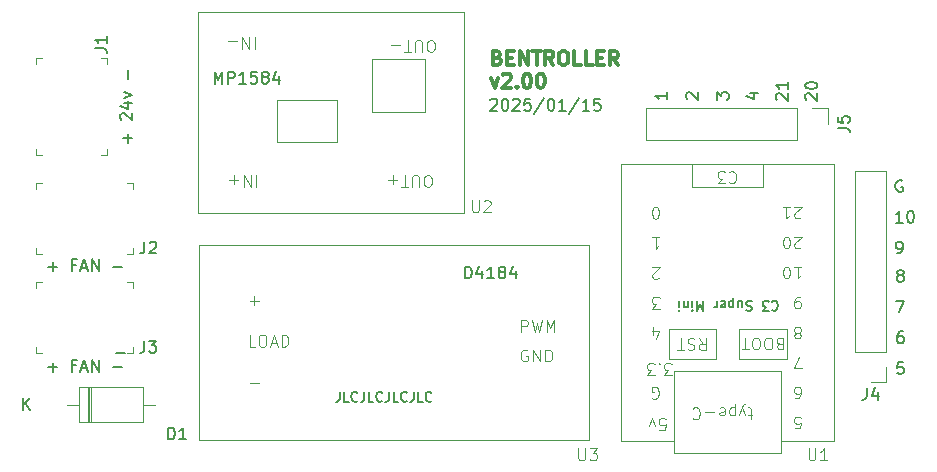
<source format=gto>
G04 #@! TF.GenerationSoftware,KiCad,Pcbnew,8.0.8*
G04 #@! TF.CreationDate,2025-01-15T16:32:18-08:00*
G04 #@! TF.ProjectId,bentroller,62656e74-726f-46c6-9c65-722e6b696361,rev?*
G04 #@! TF.SameCoordinates,Original*
G04 #@! TF.FileFunction,Legend,Top*
G04 #@! TF.FilePolarity,Positive*
%FSLAX46Y46*%
G04 Gerber Fmt 4.6, Leading zero omitted, Abs format (unit mm)*
G04 Created by KiCad (PCBNEW 8.0.8) date 2025-01-15 16:32:18*
%MOMM*%
%LPD*%
G01*
G04 APERTURE LIST*
%ADD10C,0.150000*%
%ADD11C,0.300000*%
%ADD12C,0.152400*%
%ADD13C,0.100000*%
%ADD14C,0.120000*%
%ADD15R,1.700000X1.700000*%
%ADD16O,1.700000X1.700000*%
%ADD17C,2.100000*%
%ADD18C,4.200000*%
%ADD19C,1.524000*%
%ADD20R,1.524000X1.524000*%
%ADD21R,2.200000X2.200000*%
%ADD22O,2.200000X2.200000*%
G04 APERTURE END LIST*
D10*
X120254819Y-48314285D02*
X120254819Y-48885713D01*
X120254819Y-48599999D02*
X119254819Y-48599999D01*
X119254819Y-48599999D02*
X119397676Y-48695237D01*
X119397676Y-48695237D02*
X119492914Y-48790475D01*
X119492914Y-48790475D02*
X119540533Y-48885713D01*
X121950057Y-48885713D02*
X121902438Y-48838094D01*
X121902438Y-48838094D02*
X121854819Y-48742856D01*
X121854819Y-48742856D02*
X121854819Y-48504761D01*
X121854819Y-48504761D02*
X121902438Y-48409523D01*
X121902438Y-48409523D02*
X121950057Y-48361904D01*
X121950057Y-48361904D02*
X122045295Y-48314285D01*
X122045295Y-48314285D02*
X122140533Y-48314285D01*
X122140533Y-48314285D02*
X122283390Y-48361904D01*
X122283390Y-48361904D02*
X122854819Y-48933332D01*
X122854819Y-48933332D02*
X122854819Y-48314285D01*
X124454819Y-48933332D02*
X124454819Y-48314285D01*
X124454819Y-48314285D02*
X124835771Y-48647618D01*
X124835771Y-48647618D02*
X124835771Y-48504761D01*
X124835771Y-48504761D02*
X124883390Y-48409523D01*
X124883390Y-48409523D02*
X124931009Y-48361904D01*
X124931009Y-48361904D02*
X125026247Y-48314285D01*
X125026247Y-48314285D02*
X125264342Y-48314285D01*
X125264342Y-48314285D02*
X125359580Y-48361904D01*
X125359580Y-48361904D02*
X125407200Y-48409523D01*
X125407200Y-48409523D02*
X125454819Y-48504761D01*
X125454819Y-48504761D02*
X125454819Y-48790475D01*
X125454819Y-48790475D02*
X125407200Y-48885713D01*
X125407200Y-48885713D02*
X125359580Y-48933332D01*
X127288152Y-48409523D02*
X127954819Y-48409523D01*
X126907200Y-48647618D02*
X127621485Y-48885713D01*
X127621485Y-48885713D02*
X127621485Y-48266666D01*
X129550057Y-48961904D02*
X129502438Y-48914285D01*
X129502438Y-48914285D02*
X129454819Y-48819047D01*
X129454819Y-48819047D02*
X129454819Y-48580952D01*
X129454819Y-48580952D02*
X129502438Y-48485714D01*
X129502438Y-48485714D02*
X129550057Y-48438095D01*
X129550057Y-48438095D02*
X129645295Y-48390476D01*
X129645295Y-48390476D02*
X129740533Y-48390476D01*
X129740533Y-48390476D02*
X129883390Y-48438095D01*
X129883390Y-48438095D02*
X130454819Y-49009523D01*
X130454819Y-49009523D02*
X130454819Y-48390476D01*
X130454819Y-47438095D02*
X130454819Y-48009523D01*
X130454819Y-47723809D02*
X129454819Y-47723809D01*
X129454819Y-47723809D02*
X129597676Y-47819047D01*
X129597676Y-47819047D02*
X129692914Y-47914285D01*
X129692914Y-47914285D02*
X129740533Y-48009523D01*
X132050057Y-48961904D02*
X132002438Y-48914285D01*
X132002438Y-48914285D02*
X131954819Y-48819047D01*
X131954819Y-48819047D02*
X131954819Y-48580952D01*
X131954819Y-48580952D02*
X132002438Y-48485714D01*
X132002438Y-48485714D02*
X132050057Y-48438095D01*
X132050057Y-48438095D02*
X132145295Y-48390476D01*
X132145295Y-48390476D02*
X132240533Y-48390476D01*
X132240533Y-48390476D02*
X132383390Y-48438095D01*
X132383390Y-48438095D02*
X132954819Y-49009523D01*
X132954819Y-49009523D02*
X132954819Y-48390476D01*
X131954819Y-47771428D02*
X131954819Y-47676190D01*
X131954819Y-47676190D02*
X132002438Y-47580952D01*
X132002438Y-47580952D02*
X132050057Y-47533333D01*
X132050057Y-47533333D02*
X132145295Y-47485714D01*
X132145295Y-47485714D02*
X132335771Y-47438095D01*
X132335771Y-47438095D02*
X132573866Y-47438095D01*
X132573866Y-47438095D02*
X132764342Y-47485714D01*
X132764342Y-47485714D02*
X132859580Y-47533333D01*
X132859580Y-47533333D02*
X132907200Y-47580952D01*
X132907200Y-47580952D02*
X132954819Y-47676190D01*
X132954819Y-47676190D02*
X132954819Y-47771428D01*
X132954819Y-47771428D02*
X132907200Y-47866666D01*
X132907200Y-47866666D02*
X132859580Y-47914285D01*
X132859580Y-47914285D02*
X132764342Y-47961904D01*
X132764342Y-47961904D02*
X132573866Y-48009523D01*
X132573866Y-48009523D02*
X132335771Y-48009523D01*
X132335771Y-48009523D02*
X132145295Y-47961904D01*
X132145295Y-47961904D02*
X132050057Y-47914285D01*
X132050057Y-47914285D02*
X132002438Y-47866666D01*
X132002438Y-47866666D02*
X131954819Y-47771428D01*
X140161904Y-55802438D02*
X140066666Y-55754819D01*
X140066666Y-55754819D02*
X139923809Y-55754819D01*
X139923809Y-55754819D02*
X139780952Y-55802438D01*
X139780952Y-55802438D02*
X139685714Y-55897676D01*
X139685714Y-55897676D02*
X139638095Y-55992914D01*
X139638095Y-55992914D02*
X139590476Y-56183390D01*
X139590476Y-56183390D02*
X139590476Y-56326247D01*
X139590476Y-56326247D02*
X139638095Y-56516723D01*
X139638095Y-56516723D02*
X139685714Y-56611961D01*
X139685714Y-56611961D02*
X139780952Y-56707200D01*
X139780952Y-56707200D02*
X139923809Y-56754819D01*
X139923809Y-56754819D02*
X140019047Y-56754819D01*
X140019047Y-56754819D02*
X140161904Y-56707200D01*
X140161904Y-56707200D02*
X140209523Y-56659580D01*
X140209523Y-56659580D02*
X140209523Y-56326247D01*
X140209523Y-56326247D02*
X140019047Y-56326247D01*
X140209523Y-59354819D02*
X139638095Y-59354819D01*
X139923809Y-59354819D02*
X139923809Y-58354819D01*
X139923809Y-58354819D02*
X139828571Y-58497676D01*
X139828571Y-58497676D02*
X139733333Y-58592914D01*
X139733333Y-58592914D02*
X139638095Y-58640533D01*
X140828571Y-58354819D02*
X140923809Y-58354819D01*
X140923809Y-58354819D02*
X141019047Y-58402438D01*
X141019047Y-58402438D02*
X141066666Y-58450057D01*
X141066666Y-58450057D02*
X141114285Y-58545295D01*
X141114285Y-58545295D02*
X141161904Y-58735771D01*
X141161904Y-58735771D02*
X141161904Y-58973866D01*
X141161904Y-58973866D02*
X141114285Y-59164342D01*
X141114285Y-59164342D02*
X141066666Y-59259580D01*
X141066666Y-59259580D02*
X141019047Y-59307200D01*
X141019047Y-59307200D02*
X140923809Y-59354819D01*
X140923809Y-59354819D02*
X140828571Y-59354819D01*
X140828571Y-59354819D02*
X140733333Y-59307200D01*
X140733333Y-59307200D02*
X140685714Y-59259580D01*
X140685714Y-59259580D02*
X140638095Y-59164342D01*
X140638095Y-59164342D02*
X140590476Y-58973866D01*
X140590476Y-58973866D02*
X140590476Y-58735771D01*
X140590476Y-58735771D02*
X140638095Y-58545295D01*
X140638095Y-58545295D02*
X140685714Y-58450057D01*
X140685714Y-58450057D02*
X140733333Y-58402438D01*
X140733333Y-58402438D02*
X140828571Y-58354819D01*
X139709524Y-61954819D02*
X139900000Y-61954819D01*
X139900000Y-61954819D02*
X139995238Y-61907200D01*
X139995238Y-61907200D02*
X140042857Y-61859580D01*
X140042857Y-61859580D02*
X140138095Y-61716723D01*
X140138095Y-61716723D02*
X140185714Y-61526247D01*
X140185714Y-61526247D02*
X140185714Y-61145295D01*
X140185714Y-61145295D02*
X140138095Y-61050057D01*
X140138095Y-61050057D02*
X140090476Y-61002438D01*
X140090476Y-61002438D02*
X139995238Y-60954819D01*
X139995238Y-60954819D02*
X139804762Y-60954819D01*
X139804762Y-60954819D02*
X139709524Y-61002438D01*
X139709524Y-61002438D02*
X139661905Y-61050057D01*
X139661905Y-61050057D02*
X139614286Y-61145295D01*
X139614286Y-61145295D02*
X139614286Y-61383390D01*
X139614286Y-61383390D02*
X139661905Y-61478628D01*
X139661905Y-61478628D02*
X139709524Y-61526247D01*
X139709524Y-61526247D02*
X139804762Y-61573866D01*
X139804762Y-61573866D02*
X139995238Y-61573866D01*
X139995238Y-61573866D02*
X140090476Y-61526247D01*
X140090476Y-61526247D02*
X140138095Y-61478628D01*
X140138095Y-61478628D02*
X140185714Y-61383390D01*
X139904762Y-63783390D02*
X139809524Y-63735771D01*
X139809524Y-63735771D02*
X139761905Y-63688152D01*
X139761905Y-63688152D02*
X139714286Y-63592914D01*
X139714286Y-63592914D02*
X139714286Y-63545295D01*
X139714286Y-63545295D02*
X139761905Y-63450057D01*
X139761905Y-63450057D02*
X139809524Y-63402438D01*
X139809524Y-63402438D02*
X139904762Y-63354819D01*
X139904762Y-63354819D02*
X140095238Y-63354819D01*
X140095238Y-63354819D02*
X140190476Y-63402438D01*
X140190476Y-63402438D02*
X140238095Y-63450057D01*
X140238095Y-63450057D02*
X140285714Y-63545295D01*
X140285714Y-63545295D02*
X140285714Y-63592914D01*
X140285714Y-63592914D02*
X140238095Y-63688152D01*
X140238095Y-63688152D02*
X140190476Y-63735771D01*
X140190476Y-63735771D02*
X140095238Y-63783390D01*
X140095238Y-63783390D02*
X139904762Y-63783390D01*
X139904762Y-63783390D02*
X139809524Y-63831009D01*
X139809524Y-63831009D02*
X139761905Y-63878628D01*
X139761905Y-63878628D02*
X139714286Y-63973866D01*
X139714286Y-63973866D02*
X139714286Y-64164342D01*
X139714286Y-64164342D02*
X139761905Y-64259580D01*
X139761905Y-64259580D02*
X139809524Y-64307200D01*
X139809524Y-64307200D02*
X139904762Y-64354819D01*
X139904762Y-64354819D02*
X140095238Y-64354819D01*
X140095238Y-64354819D02*
X140190476Y-64307200D01*
X140190476Y-64307200D02*
X140238095Y-64259580D01*
X140238095Y-64259580D02*
X140285714Y-64164342D01*
X140285714Y-64164342D02*
X140285714Y-63973866D01*
X140285714Y-63973866D02*
X140238095Y-63878628D01*
X140238095Y-63878628D02*
X140190476Y-63831009D01*
X140190476Y-63831009D02*
X140095238Y-63783390D01*
X139666667Y-65954819D02*
X140333333Y-65954819D01*
X140333333Y-65954819D02*
X139904762Y-66954819D01*
X140190476Y-68554819D02*
X140000000Y-68554819D01*
X140000000Y-68554819D02*
X139904762Y-68602438D01*
X139904762Y-68602438D02*
X139857143Y-68650057D01*
X139857143Y-68650057D02*
X139761905Y-68792914D01*
X139761905Y-68792914D02*
X139714286Y-68983390D01*
X139714286Y-68983390D02*
X139714286Y-69364342D01*
X139714286Y-69364342D02*
X139761905Y-69459580D01*
X139761905Y-69459580D02*
X139809524Y-69507200D01*
X139809524Y-69507200D02*
X139904762Y-69554819D01*
X139904762Y-69554819D02*
X140095238Y-69554819D01*
X140095238Y-69554819D02*
X140190476Y-69507200D01*
X140190476Y-69507200D02*
X140238095Y-69459580D01*
X140238095Y-69459580D02*
X140285714Y-69364342D01*
X140285714Y-69364342D02*
X140285714Y-69126247D01*
X140285714Y-69126247D02*
X140238095Y-69031009D01*
X140238095Y-69031009D02*
X140190476Y-68983390D01*
X140190476Y-68983390D02*
X140095238Y-68935771D01*
X140095238Y-68935771D02*
X139904762Y-68935771D01*
X139904762Y-68935771D02*
X139809524Y-68983390D01*
X139809524Y-68983390D02*
X139761905Y-69031009D01*
X139761905Y-69031009D02*
X139714286Y-69126247D01*
X140238095Y-71154819D02*
X139761905Y-71154819D01*
X139761905Y-71154819D02*
X139714286Y-71631009D01*
X139714286Y-71631009D02*
X139761905Y-71583390D01*
X139761905Y-71583390D02*
X139857143Y-71535771D01*
X139857143Y-71535771D02*
X140095238Y-71535771D01*
X140095238Y-71535771D02*
X140190476Y-71583390D01*
X140190476Y-71583390D02*
X140238095Y-71631009D01*
X140238095Y-71631009D02*
X140285714Y-71726247D01*
X140285714Y-71726247D02*
X140285714Y-71964342D01*
X140285714Y-71964342D02*
X140238095Y-72059580D01*
X140238095Y-72059580D02*
X140190476Y-72107200D01*
X140190476Y-72107200D02*
X140095238Y-72154819D01*
X140095238Y-72154819D02*
X139857143Y-72154819D01*
X139857143Y-72154819D02*
X139761905Y-72107200D01*
X139761905Y-72107200D02*
X139714286Y-72059580D01*
X67857143Y-71573866D02*
X68619048Y-71573866D01*
X68238095Y-71954819D02*
X68238095Y-71192914D01*
X70190476Y-71431009D02*
X69857143Y-71431009D01*
X69857143Y-71954819D02*
X69857143Y-70954819D01*
X69857143Y-70954819D02*
X70333333Y-70954819D01*
X70666667Y-71669104D02*
X71142857Y-71669104D01*
X70571429Y-71954819D02*
X70904762Y-70954819D01*
X70904762Y-70954819D02*
X71238095Y-71954819D01*
X71571429Y-71954819D02*
X71571429Y-70954819D01*
X71571429Y-70954819D02*
X72142857Y-71954819D01*
X72142857Y-71954819D02*
X72142857Y-70954819D01*
X73380953Y-71573866D02*
X74142858Y-71573866D01*
X67857143Y-63073866D02*
X68619048Y-63073866D01*
X68238095Y-63454819D02*
X68238095Y-62692914D01*
X70190476Y-62931009D02*
X69857143Y-62931009D01*
X69857143Y-63454819D02*
X69857143Y-62454819D01*
X69857143Y-62454819D02*
X70333333Y-62454819D01*
X70666667Y-63169104D02*
X71142857Y-63169104D01*
X70571429Y-63454819D02*
X70904762Y-62454819D01*
X70904762Y-62454819D02*
X71238095Y-63454819D01*
X71571429Y-63454819D02*
X71571429Y-62454819D01*
X71571429Y-62454819D02*
X72142857Y-63454819D01*
X72142857Y-63454819D02*
X72142857Y-62454819D01*
X73380953Y-63073866D02*
X74142858Y-63073866D01*
D11*
X105883082Y-45377038D02*
X106054510Y-45434181D01*
X106054510Y-45434181D02*
X106111653Y-45491324D01*
X106111653Y-45491324D02*
X106168796Y-45605609D01*
X106168796Y-45605609D02*
X106168796Y-45777038D01*
X106168796Y-45777038D02*
X106111653Y-45891324D01*
X106111653Y-45891324D02*
X106054510Y-45948467D01*
X106054510Y-45948467D02*
X105940225Y-46005609D01*
X105940225Y-46005609D02*
X105483082Y-46005609D01*
X105483082Y-46005609D02*
X105483082Y-44805609D01*
X105483082Y-44805609D02*
X105883082Y-44805609D01*
X105883082Y-44805609D02*
X105997368Y-44862752D01*
X105997368Y-44862752D02*
X106054510Y-44919895D01*
X106054510Y-44919895D02*
X106111653Y-45034181D01*
X106111653Y-45034181D02*
X106111653Y-45148467D01*
X106111653Y-45148467D02*
X106054510Y-45262752D01*
X106054510Y-45262752D02*
X105997368Y-45319895D01*
X105997368Y-45319895D02*
X105883082Y-45377038D01*
X105883082Y-45377038D02*
X105483082Y-45377038D01*
X106683082Y-45377038D02*
X107083082Y-45377038D01*
X107254510Y-46005609D02*
X106683082Y-46005609D01*
X106683082Y-46005609D02*
X106683082Y-44805609D01*
X106683082Y-44805609D02*
X107254510Y-44805609D01*
X107768796Y-46005609D02*
X107768796Y-44805609D01*
X107768796Y-44805609D02*
X108454510Y-46005609D01*
X108454510Y-46005609D02*
X108454510Y-44805609D01*
X108854510Y-44805609D02*
X109540225Y-44805609D01*
X109197367Y-46005609D02*
X109197367Y-44805609D01*
X110625939Y-46005609D02*
X110225939Y-45434181D01*
X109940225Y-46005609D02*
X109940225Y-44805609D01*
X109940225Y-44805609D02*
X110397368Y-44805609D01*
X110397368Y-44805609D02*
X110511653Y-44862752D01*
X110511653Y-44862752D02*
X110568796Y-44919895D01*
X110568796Y-44919895D02*
X110625939Y-45034181D01*
X110625939Y-45034181D02*
X110625939Y-45205609D01*
X110625939Y-45205609D02*
X110568796Y-45319895D01*
X110568796Y-45319895D02*
X110511653Y-45377038D01*
X110511653Y-45377038D02*
X110397368Y-45434181D01*
X110397368Y-45434181D02*
X109940225Y-45434181D01*
X111368796Y-44805609D02*
X111597368Y-44805609D01*
X111597368Y-44805609D02*
X111711653Y-44862752D01*
X111711653Y-44862752D02*
X111825939Y-44977038D01*
X111825939Y-44977038D02*
X111883082Y-45205609D01*
X111883082Y-45205609D02*
X111883082Y-45605609D01*
X111883082Y-45605609D02*
X111825939Y-45834181D01*
X111825939Y-45834181D02*
X111711653Y-45948467D01*
X111711653Y-45948467D02*
X111597368Y-46005609D01*
X111597368Y-46005609D02*
X111368796Y-46005609D01*
X111368796Y-46005609D02*
X111254511Y-45948467D01*
X111254511Y-45948467D02*
X111140225Y-45834181D01*
X111140225Y-45834181D02*
X111083082Y-45605609D01*
X111083082Y-45605609D02*
X111083082Y-45205609D01*
X111083082Y-45205609D02*
X111140225Y-44977038D01*
X111140225Y-44977038D02*
X111254511Y-44862752D01*
X111254511Y-44862752D02*
X111368796Y-44805609D01*
X112968796Y-46005609D02*
X112397368Y-46005609D01*
X112397368Y-46005609D02*
X112397368Y-44805609D01*
X113940225Y-46005609D02*
X113368797Y-46005609D01*
X113368797Y-46005609D02*
X113368797Y-44805609D01*
X114340226Y-45377038D02*
X114740226Y-45377038D01*
X114911654Y-46005609D02*
X114340226Y-46005609D01*
X114340226Y-46005609D02*
X114340226Y-44805609D01*
X114340226Y-44805609D02*
X114911654Y-44805609D01*
X116111654Y-46005609D02*
X115711654Y-45434181D01*
X115425940Y-46005609D02*
X115425940Y-44805609D01*
X115425940Y-44805609D02*
X115883083Y-44805609D01*
X115883083Y-44805609D02*
X115997368Y-44862752D01*
X115997368Y-44862752D02*
X116054511Y-44919895D01*
X116054511Y-44919895D02*
X116111654Y-45034181D01*
X116111654Y-45034181D02*
X116111654Y-45205609D01*
X116111654Y-45205609D02*
X116054511Y-45319895D01*
X116054511Y-45319895D02*
X115997368Y-45377038D01*
X115997368Y-45377038D02*
X115883083Y-45434181D01*
X115883083Y-45434181D02*
X115425940Y-45434181D01*
X105368796Y-47137542D02*
X105654510Y-47937542D01*
X105654510Y-47937542D02*
X105940225Y-47137542D01*
X106340225Y-46851828D02*
X106397368Y-46794685D01*
X106397368Y-46794685D02*
X106511654Y-46737542D01*
X106511654Y-46737542D02*
X106797368Y-46737542D01*
X106797368Y-46737542D02*
X106911654Y-46794685D01*
X106911654Y-46794685D02*
X106968796Y-46851828D01*
X106968796Y-46851828D02*
X107025939Y-46966114D01*
X107025939Y-46966114D02*
X107025939Y-47080400D01*
X107025939Y-47080400D02*
X106968796Y-47251828D01*
X106968796Y-47251828D02*
X106283082Y-47937542D01*
X106283082Y-47937542D02*
X107025939Y-47937542D01*
X107540225Y-47823257D02*
X107597368Y-47880400D01*
X107597368Y-47880400D02*
X107540225Y-47937542D01*
X107540225Y-47937542D02*
X107483082Y-47880400D01*
X107483082Y-47880400D02*
X107540225Y-47823257D01*
X107540225Y-47823257D02*
X107540225Y-47937542D01*
X108340225Y-46737542D02*
X108454511Y-46737542D01*
X108454511Y-46737542D02*
X108568797Y-46794685D01*
X108568797Y-46794685D02*
X108625940Y-46851828D01*
X108625940Y-46851828D02*
X108683082Y-46966114D01*
X108683082Y-46966114D02*
X108740225Y-47194685D01*
X108740225Y-47194685D02*
X108740225Y-47480400D01*
X108740225Y-47480400D02*
X108683082Y-47708971D01*
X108683082Y-47708971D02*
X108625940Y-47823257D01*
X108625940Y-47823257D02*
X108568797Y-47880400D01*
X108568797Y-47880400D02*
X108454511Y-47937542D01*
X108454511Y-47937542D02*
X108340225Y-47937542D01*
X108340225Y-47937542D02*
X108225940Y-47880400D01*
X108225940Y-47880400D02*
X108168797Y-47823257D01*
X108168797Y-47823257D02*
X108111654Y-47708971D01*
X108111654Y-47708971D02*
X108054511Y-47480400D01*
X108054511Y-47480400D02*
X108054511Y-47194685D01*
X108054511Y-47194685D02*
X108111654Y-46966114D01*
X108111654Y-46966114D02*
X108168797Y-46851828D01*
X108168797Y-46851828D02*
X108225940Y-46794685D01*
X108225940Y-46794685D02*
X108340225Y-46737542D01*
X109483082Y-46737542D02*
X109597368Y-46737542D01*
X109597368Y-46737542D02*
X109711654Y-46794685D01*
X109711654Y-46794685D02*
X109768797Y-46851828D01*
X109768797Y-46851828D02*
X109825939Y-46966114D01*
X109825939Y-46966114D02*
X109883082Y-47194685D01*
X109883082Y-47194685D02*
X109883082Y-47480400D01*
X109883082Y-47480400D02*
X109825939Y-47708971D01*
X109825939Y-47708971D02*
X109768797Y-47823257D01*
X109768797Y-47823257D02*
X109711654Y-47880400D01*
X109711654Y-47880400D02*
X109597368Y-47937542D01*
X109597368Y-47937542D02*
X109483082Y-47937542D01*
X109483082Y-47937542D02*
X109368797Y-47880400D01*
X109368797Y-47880400D02*
X109311654Y-47823257D01*
X109311654Y-47823257D02*
X109254511Y-47708971D01*
X109254511Y-47708971D02*
X109197368Y-47480400D01*
X109197368Y-47480400D02*
X109197368Y-47194685D01*
X109197368Y-47194685D02*
X109254511Y-46966114D01*
X109254511Y-46966114D02*
X109311654Y-46851828D01*
X109311654Y-46851828D02*
X109368797Y-46794685D01*
X109368797Y-46794685D02*
X109483082Y-46737542D01*
D10*
X103136779Y-64069819D02*
X103136779Y-63069819D01*
X103136779Y-63069819D02*
X103374874Y-63069819D01*
X103374874Y-63069819D02*
X103517731Y-63117438D01*
X103517731Y-63117438D02*
X103612969Y-63212676D01*
X103612969Y-63212676D02*
X103660588Y-63307914D01*
X103660588Y-63307914D02*
X103708207Y-63498390D01*
X103708207Y-63498390D02*
X103708207Y-63641247D01*
X103708207Y-63641247D02*
X103660588Y-63831723D01*
X103660588Y-63831723D02*
X103612969Y-63926961D01*
X103612969Y-63926961D02*
X103517731Y-64022200D01*
X103517731Y-64022200D02*
X103374874Y-64069819D01*
X103374874Y-64069819D02*
X103136779Y-64069819D01*
X104565350Y-63403152D02*
X104565350Y-64069819D01*
X104327255Y-63022200D02*
X104089160Y-63736485D01*
X104089160Y-63736485D02*
X104708207Y-63736485D01*
X105612969Y-64069819D02*
X105041541Y-64069819D01*
X105327255Y-64069819D02*
X105327255Y-63069819D01*
X105327255Y-63069819D02*
X105232017Y-63212676D01*
X105232017Y-63212676D02*
X105136779Y-63307914D01*
X105136779Y-63307914D02*
X105041541Y-63355533D01*
X106184398Y-63498390D02*
X106089160Y-63450771D01*
X106089160Y-63450771D02*
X106041541Y-63403152D01*
X106041541Y-63403152D02*
X105993922Y-63307914D01*
X105993922Y-63307914D02*
X105993922Y-63260295D01*
X105993922Y-63260295D02*
X106041541Y-63165057D01*
X106041541Y-63165057D02*
X106089160Y-63117438D01*
X106089160Y-63117438D02*
X106184398Y-63069819D01*
X106184398Y-63069819D02*
X106374874Y-63069819D01*
X106374874Y-63069819D02*
X106470112Y-63117438D01*
X106470112Y-63117438D02*
X106517731Y-63165057D01*
X106517731Y-63165057D02*
X106565350Y-63260295D01*
X106565350Y-63260295D02*
X106565350Y-63307914D01*
X106565350Y-63307914D02*
X106517731Y-63403152D01*
X106517731Y-63403152D02*
X106470112Y-63450771D01*
X106470112Y-63450771D02*
X106374874Y-63498390D01*
X106374874Y-63498390D02*
X106184398Y-63498390D01*
X106184398Y-63498390D02*
X106089160Y-63546009D01*
X106089160Y-63546009D02*
X106041541Y-63593628D01*
X106041541Y-63593628D02*
X105993922Y-63688866D01*
X105993922Y-63688866D02*
X105993922Y-63879342D01*
X105993922Y-63879342D02*
X106041541Y-63974580D01*
X106041541Y-63974580D02*
X106089160Y-64022200D01*
X106089160Y-64022200D02*
X106184398Y-64069819D01*
X106184398Y-64069819D02*
X106374874Y-64069819D01*
X106374874Y-64069819D02*
X106470112Y-64022200D01*
X106470112Y-64022200D02*
X106517731Y-63974580D01*
X106517731Y-63974580D02*
X106565350Y-63879342D01*
X106565350Y-63879342D02*
X106565350Y-63688866D01*
X106565350Y-63688866D02*
X106517731Y-63593628D01*
X106517731Y-63593628D02*
X106470112Y-63546009D01*
X106470112Y-63546009D02*
X106374874Y-63498390D01*
X107422493Y-63403152D02*
X107422493Y-64069819D01*
X107184398Y-63022200D02*
X106946303Y-63736485D01*
X106946303Y-63736485D02*
X107565350Y-63736485D01*
X81936779Y-47569819D02*
X81936779Y-46569819D01*
X81936779Y-46569819D02*
X82270112Y-47284104D01*
X82270112Y-47284104D02*
X82603445Y-46569819D01*
X82603445Y-46569819D02*
X82603445Y-47569819D01*
X83079636Y-47569819D02*
X83079636Y-46569819D01*
X83079636Y-46569819D02*
X83460588Y-46569819D01*
X83460588Y-46569819D02*
X83555826Y-46617438D01*
X83555826Y-46617438D02*
X83603445Y-46665057D01*
X83603445Y-46665057D02*
X83651064Y-46760295D01*
X83651064Y-46760295D02*
X83651064Y-46903152D01*
X83651064Y-46903152D02*
X83603445Y-46998390D01*
X83603445Y-46998390D02*
X83555826Y-47046009D01*
X83555826Y-47046009D02*
X83460588Y-47093628D01*
X83460588Y-47093628D02*
X83079636Y-47093628D01*
X84603445Y-47569819D02*
X84032017Y-47569819D01*
X84317731Y-47569819D02*
X84317731Y-46569819D01*
X84317731Y-46569819D02*
X84222493Y-46712676D01*
X84222493Y-46712676D02*
X84127255Y-46807914D01*
X84127255Y-46807914D02*
X84032017Y-46855533D01*
X85508207Y-46569819D02*
X85032017Y-46569819D01*
X85032017Y-46569819D02*
X84984398Y-47046009D01*
X84984398Y-47046009D02*
X85032017Y-46998390D01*
X85032017Y-46998390D02*
X85127255Y-46950771D01*
X85127255Y-46950771D02*
X85365350Y-46950771D01*
X85365350Y-46950771D02*
X85460588Y-46998390D01*
X85460588Y-46998390D02*
X85508207Y-47046009D01*
X85508207Y-47046009D02*
X85555826Y-47141247D01*
X85555826Y-47141247D02*
X85555826Y-47379342D01*
X85555826Y-47379342D02*
X85508207Y-47474580D01*
X85508207Y-47474580D02*
X85460588Y-47522200D01*
X85460588Y-47522200D02*
X85365350Y-47569819D01*
X85365350Y-47569819D02*
X85127255Y-47569819D01*
X85127255Y-47569819D02*
X85032017Y-47522200D01*
X85032017Y-47522200D02*
X84984398Y-47474580D01*
X86127255Y-46998390D02*
X86032017Y-46950771D01*
X86032017Y-46950771D02*
X85984398Y-46903152D01*
X85984398Y-46903152D02*
X85936779Y-46807914D01*
X85936779Y-46807914D02*
X85936779Y-46760295D01*
X85936779Y-46760295D02*
X85984398Y-46665057D01*
X85984398Y-46665057D02*
X86032017Y-46617438D01*
X86032017Y-46617438D02*
X86127255Y-46569819D01*
X86127255Y-46569819D02*
X86317731Y-46569819D01*
X86317731Y-46569819D02*
X86412969Y-46617438D01*
X86412969Y-46617438D02*
X86460588Y-46665057D01*
X86460588Y-46665057D02*
X86508207Y-46760295D01*
X86508207Y-46760295D02*
X86508207Y-46807914D01*
X86508207Y-46807914D02*
X86460588Y-46903152D01*
X86460588Y-46903152D02*
X86412969Y-46950771D01*
X86412969Y-46950771D02*
X86317731Y-46998390D01*
X86317731Y-46998390D02*
X86127255Y-46998390D01*
X86127255Y-46998390D02*
X86032017Y-47046009D01*
X86032017Y-47046009D02*
X85984398Y-47093628D01*
X85984398Y-47093628D02*
X85936779Y-47188866D01*
X85936779Y-47188866D02*
X85936779Y-47379342D01*
X85936779Y-47379342D02*
X85984398Y-47474580D01*
X85984398Y-47474580D02*
X86032017Y-47522200D01*
X86032017Y-47522200D02*
X86127255Y-47569819D01*
X86127255Y-47569819D02*
X86317731Y-47569819D01*
X86317731Y-47569819D02*
X86412969Y-47522200D01*
X86412969Y-47522200D02*
X86460588Y-47474580D01*
X86460588Y-47474580D02*
X86508207Y-47379342D01*
X86508207Y-47379342D02*
X86508207Y-47188866D01*
X86508207Y-47188866D02*
X86460588Y-47093628D01*
X86460588Y-47093628D02*
X86412969Y-47046009D01*
X86412969Y-47046009D02*
X86317731Y-46998390D01*
X87365350Y-46903152D02*
X87365350Y-47569819D01*
X87127255Y-46522200D02*
X86889160Y-47236485D01*
X86889160Y-47236485D02*
X87508207Y-47236485D01*
D12*
X92526015Y-73679803D02*
X92526015Y-74260375D01*
X92526015Y-74260375D02*
X92487310Y-74376489D01*
X92487310Y-74376489D02*
X92409901Y-74453899D01*
X92409901Y-74453899D02*
X92293786Y-74492603D01*
X92293786Y-74492603D02*
X92216377Y-74492603D01*
X93300110Y-74492603D02*
X92913062Y-74492603D01*
X92913062Y-74492603D02*
X92913062Y-73679803D01*
X94035500Y-74415194D02*
X93996796Y-74453899D01*
X93996796Y-74453899D02*
X93880681Y-74492603D01*
X93880681Y-74492603D02*
X93803272Y-74492603D01*
X93803272Y-74492603D02*
X93687158Y-74453899D01*
X93687158Y-74453899D02*
X93609748Y-74376489D01*
X93609748Y-74376489D02*
X93571043Y-74299079D01*
X93571043Y-74299079D02*
X93532339Y-74144260D01*
X93532339Y-74144260D02*
X93532339Y-74028146D01*
X93532339Y-74028146D02*
X93571043Y-73873327D01*
X93571043Y-73873327D02*
X93609748Y-73795918D01*
X93609748Y-73795918D02*
X93687158Y-73718508D01*
X93687158Y-73718508D02*
X93803272Y-73679803D01*
X93803272Y-73679803D02*
X93880681Y-73679803D01*
X93880681Y-73679803D02*
X93996796Y-73718508D01*
X93996796Y-73718508D02*
X94035500Y-73757213D01*
X94616072Y-73679803D02*
X94616072Y-74260375D01*
X94616072Y-74260375D02*
X94577367Y-74376489D01*
X94577367Y-74376489D02*
X94499958Y-74453899D01*
X94499958Y-74453899D02*
X94383843Y-74492603D01*
X94383843Y-74492603D02*
X94306434Y-74492603D01*
X95390167Y-74492603D02*
X95003119Y-74492603D01*
X95003119Y-74492603D02*
X95003119Y-73679803D01*
X96125557Y-74415194D02*
X96086853Y-74453899D01*
X96086853Y-74453899D02*
X95970738Y-74492603D01*
X95970738Y-74492603D02*
X95893329Y-74492603D01*
X95893329Y-74492603D02*
X95777215Y-74453899D01*
X95777215Y-74453899D02*
X95699805Y-74376489D01*
X95699805Y-74376489D02*
X95661100Y-74299079D01*
X95661100Y-74299079D02*
X95622396Y-74144260D01*
X95622396Y-74144260D02*
X95622396Y-74028146D01*
X95622396Y-74028146D02*
X95661100Y-73873327D01*
X95661100Y-73873327D02*
X95699805Y-73795918D01*
X95699805Y-73795918D02*
X95777215Y-73718508D01*
X95777215Y-73718508D02*
X95893329Y-73679803D01*
X95893329Y-73679803D02*
X95970738Y-73679803D01*
X95970738Y-73679803D02*
X96086853Y-73718508D01*
X96086853Y-73718508D02*
X96125557Y-73757213D01*
X96706129Y-73679803D02*
X96706129Y-74260375D01*
X96706129Y-74260375D02*
X96667424Y-74376489D01*
X96667424Y-74376489D02*
X96590015Y-74453899D01*
X96590015Y-74453899D02*
X96473900Y-74492603D01*
X96473900Y-74492603D02*
X96396491Y-74492603D01*
X97480224Y-74492603D02*
X97093176Y-74492603D01*
X97093176Y-74492603D02*
X97093176Y-73679803D01*
X98215614Y-74415194D02*
X98176910Y-74453899D01*
X98176910Y-74453899D02*
X98060795Y-74492603D01*
X98060795Y-74492603D02*
X97983386Y-74492603D01*
X97983386Y-74492603D02*
X97867272Y-74453899D01*
X97867272Y-74453899D02*
X97789862Y-74376489D01*
X97789862Y-74376489D02*
X97751157Y-74299079D01*
X97751157Y-74299079D02*
X97712453Y-74144260D01*
X97712453Y-74144260D02*
X97712453Y-74028146D01*
X97712453Y-74028146D02*
X97751157Y-73873327D01*
X97751157Y-73873327D02*
X97789862Y-73795918D01*
X97789862Y-73795918D02*
X97867272Y-73718508D01*
X97867272Y-73718508D02*
X97983386Y-73679803D01*
X97983386Y-73679803D02*
X98060795Y-73679803D01*
X98060795Y-73679803D02*
X98176910Y-73718508D01*
X98176910Y-73718508D02*
X98215614Y-73757213D01*
X98796186Y-73679803D02*
X98796186Y-74260375D01*
X98796186Y-74260375D02*
X98757481Y-74376489D01*
X98757481Y-74376489D02*
X98680072Y-74453899D01*
X98680072Y-74453899D02*
X98563957Y-74492603D01*
X98563957Y-74492603D02*
X98486548Y-74492603D01*
X99570281Y-74492603D02*
X99183233Y-74492603D01*
X99183233Y-74492603D02*
X99183233Y-73679803D01*
X100305671Y-74415194D02*
X100266967Y-74453899D01*
X100266967Y-74453899D02*
X100150852Y-74492603D01*
X100150852Y-74492603D02*
X100073443Y-74492603D01*
X100073443Y-74492603D02*
X99957329Y-74453899D01*
X99957329Y-74453899D02*
X99879919Y-74376489D01*
X99879919Y-74376489D02*
X99841214Y-74299079D01*
X99841214Y-74299079D02*
X99802510Y-74144260D01*
X99802510Y-74144260D02*
X99802510Y-74028146D01*
X99802510Y-74028146D02*
X99841214Y-73873327D01*
X99841214Y-73873327D02*
X99879919Y-73795918D01*
X99879919Y-73795918D02*
X99957329Y-73718508D01*
X99957329Y-73718508D02*
X100073443Y-73679803D01*
X100073443Y-73679803D02*
X100150852Y-73679803D01*
X100150852Y-73679803D02*
X100266967Y-73718508D01*
X100266967Y-73718508D02*
X100305671Y-73757213D01*
D10*
X105289160Y-48965057D02*
X105336779Y-48917438D01*
X105336779Y-48917438D02*
X105432017Y-48869819D01*
X105432017Y-48869819D02*
X105670112Y-48869819D01*
X105670112Y-48869819D02*
X105765350Y-48917438D01*
X105765350Y-48917438D02*
X105812969Y-48965057D01*
X105812969Y-48965057D02*
X105860588Y-49060295D01*
X105860588Y-49060295D02*
X105860588Y-49155533D01*
X105860588Y-49155533D02*
X105812969Y-49298390D01*
X105812969Y-49298390D02*
X105241541Y-49869819D01*
X105241541Y-49869819D02*
X105860588Y-49869819D01*
X106479636Y-48869819D02*
X106574874Y-48869819D01*
X106574874Y-48869819D02*
X106670112Y-48917438D01*
X106670112Y-48917438D02*
X106717731Y-48965057D01*
X106717731Y-48965057D02*
X106765350Y-49060295D01*
X106765350Y-49060295D02*
X106812969Y-49250771D01*
X106812969Y-49250771D02*
X106812969Y-49488866D01*
X106812969Y-49488866D02*
X106765350Y-49679342D01*
X106765350Y-49679342D02*
X106717731Y-49774580D01*
X106717731Y-49774580D02*
X106670112Y-49822200D01*
X106670112Y-49822200D02*
X106574874Y-49869819D01*
X106574874Y-49869819D02*
X106479636Y-49869819D01*
X106479636Y-49869819D02*
X106384398Y-49822200D01*
X106384398Y-49822200D02*
X106336779Y-49774580D01*
X106336779Y-49774580D02*
X106289160Y-49679342D01*
X106289160Y-49679342D02*
X106241541Y-49488866D01*
X106241541Y-49488866D02*
X106241541Y-49250771D01*
X106241541Y-49250771D02*
X106289160Y-49060295D01*
X106289160Y-49060295D02*
X106336779Y-48965057D01*
X106336779Y-48965057D02*
X106384398Y-48917438D01*
X106384398Y-48917438D02*
X106479636Y-48869819D01*
X107193922Y-48965057D02*
X107241541Y-48917438D01*
X107241541Y-48917438D02*
X107336779Y-48869819D01*
X107336779Y-48869819D02*
X107574874Y-48869819D01*
X107574874Y-48869819D02*
X107670112Y-48917438D01*
X107670112Y-48917438D02*
X107717731Y-48965057D01*
X107717731Y-48965057D02*
X107765350Y-49060295D01*
X107765350Y-49060295D02*
X107765350Y-49155533D01*
X107765350Y-49155533D02*
X107717731Y-49298390D01*
X107717731Y-49298390D02*
X107146303Y-49869819D01*
X107146303Y-49869819D02*
X107765350Y-49869819D01*
X108670112Y-48869819D02*
X108193922Y-48869819D01*
X108193922Y-48869819D02*
X108146303Y-49346009D01*
X108146303Y-49346009D02*
X108193922Y-49298390D01*
X108193922Y-49298390D02*
X108289160Y-49250771D01*
X108289160Y-49250771D02*
X108527255Y-49250771D01*
X108527255Y-49250771D02*
X108622493Y-49298390D01*
X108622493Y-49298390D02*
X108670112Y-49346009D01*
X108670112Y-49346009D02*
X108717731Y-49441247D01*
X108717731Y-49441247D02*
X108717731Y-49679342D01*
X108717731Y-49679342D02*
X108670112Y-49774580D01*
X108670112Y-49774580D02*
X108622493Y-49822200D01*
X108622493Y-49822200D02*
X108527255Y-49869819D01*
X108527255Y-49869819D02*
X108289160Y-49869819D01*
X108289160Y-49869819D02*
X108193922Y-49822200D01*
X108193922Y-49822200D02*
X108146303Y-49774580D01*
X109860588Y-48822200D02*
X109003446Y-50107914D01*
X110384398Y-48869819D02*
X110479636Y-48869819D01*
X110479636Y-48869819D02*
X110574874Y-48917438D01*
X110574874Y-48917438D02*
X110622493Y-48965057D01*
X110622493Y-48965057D02*
X110670112Y-49060295D01*
X110670112Y-49060295D02*
X110717731Y-49250771D01*
X110717731Y-49250771D02*
X110717731Y-49488866D01*
X110717731Y-49488866D02*
X110670112Y-49679342D01*
X110670112Y-49679342D02*
X110622493Y-49774580D01*
X110622493Y-49774580D02*
X110574874Y-49822200D01*
X110574874Y-49822200D02*
X110479636Y-49869819D01*
X110479636Y-49869819D02*
X110384398Y-49869819D01*
X110384398Y-49869819D02*
X110289160Y-49822200D01*
X110289160Y-49822200D02*
X110241541Y-49774580D01*
X110241541Y-49774580D02*
X110193922Y-49679342D01*
X110193922Y-49679342D02*
X110146303Y-49488866D01*
X110146303Y-49488866D02*
X110146303Y-49250771D01*
X110146303Y-49250771D02*
X110193922Y-49060295D01*
X110193922Y-49060295D02*
X110241541Y-48965057D01*
X110241541Y-48965057D02*
X110289160Y-48917438D01*
X110289160Y-48917438D02*
X110384398Y-48869819D01*
X111670112Y-49869819D02*
X111098684Y-49869819D01*
X111384398Y-49869819D02*
X111384398Y-48869819D01*
X111384398Y-48869819D02*
X111289160Y-49012676D01*
X111289160Y-49012676D02*
X111193922Y-49107914D01*
X111193922Y-49107914D02*
X111098684Y-49155533D01*
X112812969Y-48822200D02*
X111955827Y-50107914D01*
X113670112Y-49869819D02*
X113098684Y-49869819D01*
X113384398Y-49869819D02*
X113384398Y-48869819D01*
X113384398Y-48869819D02*
X113289160Y-49012676D01*
X113289160Y-49012676D02*
X113193922Y-49107914D01*
X113193922Y-49107914D02*
X113098684Y-49155533D01*
X114574874Y-48869819D02*
X114098684Y-48869819D01*
X114098684Y-48869819D02*
X114051065Y-49346009D01*
X114051065Y-49346009D02*
X114098684Y-49298390D01*
X114098684Y-49298390D02*
X114193922Y-49250771D01*
X114193922Y-49250771D02*
X114432017Y-49250771D01*
X114432017Y-49250771D02*
X114527255Y-49298390D01*
X114527255Y-49298390D02*
X114574874Y-49346009D01*
X114574874Y-49346009D02*
X114622493Y-49441247D01*
X114622493Y-49441247D02*
X114622493Y-49679342D01*
X114622493Y-49679342D02*
X114574874Y-49774580D01*
X114574874Y-49774580D02*
X114527255Y-49822200D01*
X114527255Y-49822200D02*
X114432017Y-49869819D01*
X114432017Y-49869819D02*
X114193922Y-49869819D01*
X114193922Y-49869819D02*
X114098684Y-49822200D01*
X114098684Y-49822200D02*
X114051065Y-49774580D01*
X74573866Y-52595237D02*
X74573866Y-51833333D01*
X74954819Y-52214285D02*
X74192914Y-52214285D01*
X74050057Y-50642856D02*
X74002438Y-50595237D01*
X74002438Y-50595237D02*
X73954819Y-50499999D01*
X73954819Y-50499999D02*
X73954819Y-50261904D01*
X73954819Y-50261904D02*
X74002438Y-50166666D01*
X74002438Y-50166666D02*
X74050057Y-50119047D01*
X74050057Y-50119047D02*
X74145295Y-50071428D01*
X74145295Y-50071428D02*
X74240533Y-50071428D01*
X74240533Y-50071428D02*
X74383390Y-50119047D01*
X74383390Y-50119047D02*
X74954819Y-50690475D01*
X74954819Y-50690475D02*
X74954819Y-50071428D01*
X74288152Y-49214285D02*
X74954819Y-49214285D01*
X73907200Y-49452380D02*
X74621485Y-49690475D01*
X74621485Y-49690475D02*
X74621485Y-49071428D01*
X74288152Y-48785713D02*
X74954819Y-48547618D01*
X74954819Y-48547618D02*
X74288152Y-48309523D01*
X74573866Y-47166665D02*
X74573866Y-46404761D01*
X74380951Y-70426133D02*
X73619047Y-70426133D01*
X137166666Y-73324819D02*
X137166666Y-74039104D01*
X137166666Y-74039104D02*
X137119047Y-74181961D01*
X137119047Y-74181961D02*
X137023809Y-74277200D01*
X137023809Y-74277200D02*
X136880952Y-74324819D01*
X136880952Y-74324819D02*
X136785714Y-74324819D01*
X138071428Y-73658152D02*
X138071428Y-74324819D01*
X137833333Y-73277200D02*
X137595238Y-73991485D01*
X137595238Y-73991485D02*
X138214285Y-73991485D01*
X134704819Y-51333333D02*
X135419104Y-51333333D01*
X135419104Y-51333333D02*
X135561961Y-51380952D01*
X135561961Y-51380952D02*
X135657200Y-51476190D01*
X135657200Y-51476190D02*
X135704819Y-51619047D01*
X135704819Y-51619047D02*
X135704819Y-51714285D01*
X134704819Y-50380952D02*
X134704819Y-50857142D01*
X134704819Y-50857142D02*
X135181009Y-50904761D01*
X135181009Y-50904761D02*
X135133390Y-50857142D01*
X135133390Y-50857142D02*
X135085771Y-50761904D01*
X135085771Y-50761904D02*
X135085771Y-50523809D01*
X135085771Y-50523809D02*
X135133390Y-50428571D01*
X135133390Y-50428571D02*
X135181009Y-50380952D01*
X135181009Y-50380952D02*
X135276247Y-50333333D01*
X135276247Y-50333333D02*
X135514342Y-50333333D01*
X135514342Y-50333333D02*
X135609580Y-50380952D01*
X135609580Y-50380952D02*
X135657200Y-50428571D01*
X135657200Y-50428571D02*
X135704819Y-50523809D01*
X135704819Y-50523809D02*
X135704819Y-50761904D01*
X135704819Y-50761904D02*
X135657200Y-50857142D01*
X135657200Y-50857142D02*
X135609580Y-50904761D01*
X76006666Y-69349819D02*
X76006666Y-70064104D01*
X76006666Y-70064104D02*
X75959047Y-70206961D01*
X75959047Y-70206961D02*
X75863809Y-70302200D01*
X75863809Y-70302200D02*
X75720952Y-70349819D01*
X75720952Y-70349819D02*
X75625714Y-70349819D01*
X76387619Y-69349819D02*
X77006666Y-69349819D01*
X77006666Y-69349819D02*
X76673333Y-69730771D01*
X76673333Y-69730771D02*
X76816190Y-69730771D01*
X76816190Y-69730771D02*
X76911428Y-69778390D01*
X76911428Y-69778390D02*
X76959047Y-69826009D01*
X76959047Y-69826009D02*
X77006666Y-69921247D01*
X77006666Y-69921247D02*
X77006666Y-70159342D01*
X77006666Y-70159342D02*
X76959047Y-70254580D01*
X76959047Y-70254580D02*
X76911428Y-70302200D01*
X76911428Y-70302200D02*
X76816190Y-70349819D01*
X76816190Y-70349819D02*
X76530476Y-70349819D01*
X76530476Y-70349819D02*
X76435238Y-70302200D01*
X76435238Y-70302200D02*
X76387619Y-70254580D01*
X76006666Y-60949819D02*
X76006666Y-61664104D01*
X76006666Y-61664104D02*
X75959047Y-61806961D01*
X75959047Y-61806961D02*
X75863809Y-61902200D01*
X75863809Y-61902200D02*
X75720952Y-61949819D01*
X75720952Y-61949819D02*
X75625714Y-61949819D01*
X76435238Y-61045057D02*
X76482857Y-60997438D01*
X76482857Y-60997438D02*
X76578095Y-60949819D01*
X76578095Y-60949819D02*
X76816190Y-60949819D01*
X76816190Y-60949819D02*
X76911428Y-60997438D01*
X76911428Y-60997438D02*
X76959047Y-61045057D01*
X76959047Y-61045057D02*
X77006666Y-61140295D01*
X77006666Y-61140295D02*
X77006666Y-61235533D01*
X77006666Y-61235533D02*
X76959047Y-61378390D01*
X76959047Y-61378390D02*
X76387619Y-61949819D01*
X76387619Y-61949819D02*
X77006666Y-61949819D01*
X71814819Y-44583333D02*
X72529104Y-44583333D01*
X72529104Y-44583333D02*
X72671961Y-44630952D01*
X72671961Y-44630952D02*
X72767200Y-44726190D01*
X72767200Y-44726190D02*
X72814819Y-44869047D01*
X72814819Y-44869047D02*
X72814819Y-44964285D01*
X72814819Y-43583333D02*
X72814819Y-44154761D01*
X72814819Y-43869047D02*
X71814819Y-43869047D01*
X71814819Y-43869047D02*
X71957676Y-43964285D01*
X71957676Y-43964285D02*
X72052914Y-44059523D01*
X72052914Y-44059523D02*
X72100533Y-44154761D01*
D13*
X132238095Y-78457419D02*
X132238095Y-79266942D01*
X132238095Y-79266942D02*
X132285714Y-79362180D01*
X132285714Y-79362180D02*
X132333333Y-79409800D01*
X132333333Y-79409800D02*
X132428571Y-79457419D01*
X132428571Y-79457419D02*
X132619047Y-79457419D01*
X132619047Y-79457419D02*
X132714285Y-79409800D01*
X132714285Y-79409800D02*
X132761904Y-79362180D01*
X132761904Y-79362180D02*
X132809523Y-79266942D01*
X132809523Y-79266942D02*
X132809523Y-78457419D01*
X133809523Y-79457419D02*
X133238095Y-79457419D01*
X133523809Y-79457419D02*
X133523809Y-78457419D01*
X133523809Y-78457419D02*
X133428571Y-78600276D01*
X133428571Y-78600276D02*
X133333333Y-78695514D01*
X133333333Y-78695514D02*
X133238095Y-78743133D01*
X131641353Y-71687580D02*
X130974687Y-71687580D01*
X130974687Y-71687580D02*
X131403258Y-70687580D01*
X119599925Y-76897580D02*
X120076115Y-76897580D01*
X120076115Y-76897580D02*
X120123734Y-76421390D01*
X120123734Y-76421390D02*
X120076115Y-76469009D01*
X120076115Y-76469009D02*
X119980877Y-76516628D01*
X119980877Y-76516628D02*
X119742782Y-76516628D01*
X119742782Y-76516628D02*
X119647544Y-76469009D01*
X119647544Y-76469009D02*
X119599925Y-76421390D01*
X119599925Y-76421390D02*
X119552306Y-76326152D01*
X119552306Y-76326152D02*
X119552306Y-76088057D01*
X119552306Y-76088057D02*
X119599925Y-75992819D01*
X119599925Y-75992819D02*
X119647544Y-75945200D01*
X119647544Y-75945200D02*
X119742782Y-75897580D01*
X119742782Y-75897580D02*
X119980877Y-75897580D01*
X119980877Y-75897580D02*
X120076115Y-75945200D01*
X120076115Y-75945200D02*
X120123734Y-75992819D01*
X119218972Y-76564247D02*
X118980877Y-75897580D01*
X118980877Y-75897580D02*
X118742782Y-76564247D01*
X131593734Y-58892342D02*
X131546115Y-58939961D01*
X131546115Y-58939961D02*
X131450877Y-58987580D01*
X131450877Y-58987580D02*
X131212782Y-58987580D01*
X131212782Y-58987580D02*
X131117544Y-58939961D01*
X131117544Y-58939961D02*
X131069925Y-58892342D01*
X131069925Y-58892342D02*
X131022306Y-58797104D01*
X131022306Y-58797104D02*
X131022306Y-58701866D01*
X131022306Y-58701866D02*
X131069925Y-58559009D01*
X131069925Y-58559009D02*
X131641353Y-57987580D01*
X131641353Y-57987580D02*
X131022306Y-57987580D01*
X130069925Y-57987580D02*
X130641353Y-57987580D01*
X130355639Y-57987580D02*
X130355639Y-58987580D01*
X130355639Y-58987580D02*
X130450877Y-58844723D01*
X130450877Y-58844723D02*
X130546115Y-58749485D01*
X130546115Y-58749485D02*
X130641353Y-58701866D01*
X119325639Y-59017580D02*
X119230401Y-59017580D01*
X119230401Y-59017580D02*
X119135163Y-58969961D01*
X119135163Y-58969961D02*
X119087544Y-58922342D01*
X119087544Y-58922342D02*
X119039925Y-58827104D01*
X119039925Y-58827104D02*
X118992306Y-58636628D01*
X118992306Y-58636628D02*
X118992306Y-58398533D01*
X118992306Y-58398533D02*
X119039925Y-58208057D01*
X119039925Y-58208057D02*
X119087544Y-58112819D01*
X119087544Y-58112819D02*
X119135163Y-58065200D01*
X119135163Y-58065200D02*
X119230401Y-58017580D01*
X119230401Y-58017580D02*
X119325639Y-58017580D01*
X119325639Y-58017580D02*
X119420877Y-58065200D01*
X119420877Y-58065200D02*
X119468496Y-58112819D01*
X119468496Y-58112819D02*
X119516115Y-58208057D01*
X119516115Y-58208057D02*
X119563734Y-58398533D01*
X119563734Y-58398533D02*
X119563734Y-58636628D01*
X119563734Y-58636628D02*
X119516115Y-58827104D01*
X119516115Y-58827104D02*
X119468496Y-58922342D01*
X119468496Y-58922342D02*
X119420877Y-58969961D01*
X119420877Y-58969961D02*
X119325639Y-59017580D01*
D12*
X129121756Y-66054805D02*
X129160460Y-66016101D01*
X129160460Y-66016101D02*
X129276575Y-65977396D01*
X129276575Y-65977396D02*
X129353984Y-65977396D01*
X129353984Y-65977396D02*
X129470098Y-66016101D01*
X129470098Y-66016101D02*
X129547508Y-66093510D01*
X129547508Y-66093510D02*
X129586213Y-66170920D01*
X129586213Y-66170920D02*
X129624917Y-66325739D01*
X129624917Y-66325739D02*
X129624917Y-66441853D01*
X129624917Y-66441853D02*
X129586213Y-66596672D01*
X129586213Y-66596672D02*
X129547508Y-66674081D01*
X129547508Y-66674081D02*
X129470098Y-66751491D01*
X129470098Y-66751491D02*
X129353984Y-66790196D01*
X129353984Y-66790196D02*
X129276575Y-66790196D01*
X129276575Y-66790196D02*
X129160460Y-66751491D01*
X129160460Y-66751491D02*
X129121756Y-66712786D01*
X128850822Y-66790196D02*
X128347660Y-66790196D01*
X128347660Y-66790196D02*
X128618594Y-66480558D01*
X128618594Y-66480558D02*
X128502479Y-66480558D01*
X128502479Y-66480558D02*
X128425070Y-66441853D01*
X128425070Y-66441853D02*
X128386365Y-66403148D01*
X128386365Y-66403148D02*
X128347660Y-66325739D01*
X128347660Y-66325739D02*
X128347660Y-66132215D01*
X128347660Y-66132215D02*
X128386365Y-66054805D01*
X128386365Y-66054805D02*
X128425070Y-66016101D01*
X128425070Y-66016101D02*
X128502479Y-65977396D01*
X128502479Y-65977396D02*
X128734708Y-65977396D01*
X128734708Y-65977396D02*
X128812117Y-66016101D01*
X128812117Y-66016101D02*
X128850822Y-66054805D01*
X127418746Y-66016101D02*
X127302632Y-65977396D01*
X127302632Y-65977396D02*
X127109108Y-65977396D01*
X127109108Y-65977396D02*
X127031699Y-66016101D01*
X127031699Y-66016101D02*
X126992994Y-66054805D01*
X126992994Y-66054805D02*
X126954289Y-66132215D01*
X126954289Y-66132215D02*
X126954289Y-66209624D01*
X126954289Y-66209624D02*
X126992994Y-66287034D01*
X126992994Y-66287034D02*
X127031699Y-66325739D01*
X127031699Y-66325739D02*
X127109108Y-66364443D01*
X127109108Y-66364443D02*
X127263927Y-66403148D01*
X127263927Y-66403148D02*
X127341337Y-66441853D01*
X127341337Y-66441853D02*
X127380042Y-66480558D01*
X127380042Y-66480558D02*
X127418746Y-66557967D01*
X127418746Y-66557967D02*
X127418746Y-66635377D01*
X127418746Y-66635377D02*
X127380042Y-66712786D01*
X127380042Y-66712786D02*
X127341337Y-66751491D01*
X127341337Y-66751491D02*
X127263927Y-66790196D01*
X127263927Y-66790196D02*
X127070404Y-66790196D01*
X127070404Y-66790196D02*
X126954289Y-66751491D01*
X126257604Y-66519262D02*
X126257604Y-65977396D01*
X126605947Y-66519262D02*
X126605947Y-66093510D01*
X126605947Y-66093510D02*
X126567242Y-66016101D01*
X126567242Y-66016101D02*
X126489832Y-65977396D01*
X126489832Y-65977396D02*
X126373718Y-65977396D01*
X126373718Y-65977396D02*
X126296309Y-66016101D01*
X126296309Y-66016101D02*
X126257604Y-66054805D01*
X125870557Y-66519262D02*
X125870557Y-65706462D01*
X125870557Y-66480558D02*
X125793147Y-66519262D01*
X125793147Y-66519262D02*
X125638328Y-66519262D01*
X125638328Y-66519262D02*
X125560919Y-66480558D01*
X125560919Y-66480558D02*
X125522214Y-66441853D01*
X125522214Y-66441853D02*
X125483509Y-66364443D01*
X125483509Y-66364443D02*
X125483509Y-66132215D01*
X125483509Y-66132215D02*
X125522214Y-66054805D01*
X125522214Y-66054805D02*
X125560919Y-66016101D01*
X125560919Y-66016101D02*
X125638328Y-65977396D01*
X125638328Y-65977396D02*
X125793147Y-65977396D01*
X125793147Y-65977396D02*
X125870557Y-66016101D01*
X124825529Y-66016101D02*
X124902938Y-65977396D01*
X124902938Y-65977396D02*
X125057757Y-65977396D01*
X125057757Y-65977396D02*
X125135167Y-66016101D01*
X125135167Y-66016101D02*
X125173871Y-66093510D01*
X125173871Y-66093510D02*
X125173871Y-66403148D01*
X125173871Y-66403148D02*
X125135167Y-66480558D01*
X125135167Y-66480558D02*
X125057757Y-66519262D01*
X125057757Y-66519262D02*
X124902938Y-66519262D01*
X124902938Y-66519262D02*
X124825529Y-66480558D01*
X124825529Y-66480558D02*
X124786824Y-66403148D01*
X124786824Y-66403148D02*
X124786824Y-66325739D01*
X124786824Y-66325739D02*
X125173871Y-66248329D01*
X124438481Y-65977396D02*
X124438481Y-66519262D01*
X124438481Y-66364443D02*
X124399776Y-66441853D01*
X124399776Y-66441853D02*
X124361071Y-66480558D01*
X124361071Y-66480558D02*
X124283662Y-66519262D01*
X124283662Y-66519262D02*
X124206252Y-66519262D01*
X123316043Y-65977396D02*
X123316043Y-66790196D01*
X123316043Y-66790196D02*
X123045109Y-66209624D01*
X123045109Y-66209624D02*
X122774176Y-66790196D01*
X122774176Y-66790196D02*
X122774176Y-65977396D01*
X122387129Y-65977396D02*
X122387129Y-66519262D01*
X122387129Y-66790196D02*
X122425833Y-66751491D01*
X122425833Y-66751491D02*
X122387129Y-66712786D01*
X122387129Y-66712786D02*
X122348424Y-66751491D01*
X122348424Y-66751491D02*
X122387129Y-66790196D01*
X122387129Y-66790196D02*
X122387129Y-66712786D01*
X122000081Y-66519262D02*
X122000081Y-65977396D01*
X122000081Y-66441853D02*
X121961376Y-66480558D01*
X121961376Y-66480558D02*
X121883966Y-66519262D01*
X121883966Y-66519262D02*
X121767852Y-66519262D01*
X121767852Y-66519262D02*
X121690443Y-66480558D01*
X121690443Y-66480558D02*
X121651738Y-66403148D01*
X121651738Y-66403148D02*
X121651738Y-65977396D01*
X121264691Y-65977396D02*
X121264691Y-66519262D01*
X121264691Y-66790196D02*
X121303395Y-66751491D01*
X121303395Y-66751491D02*
X121264691Y-66712786D01*
X121264691Y-66712786D02*
X121225986Y-66751491D01*
X121225986Y-66751491D02*
X121264691Y-66790196D01*
X121264691Y-66790196D02*
X121264691Y-66712786D01*
D13*
X118992306Y-60557580D02*
X119563734Y-60557580D01*
X119278020Y-60557580D02*
X119278020Y-61557580D01*
X119278020Y-61557580D02*
X119373258Y-61414723D01*
X119373258Y-61414723D02*
X119468496Y-61319485D01*
X119468496Y-61319485D02*
X119563734Y-61271866D01*
X118992306Y-74209961D02*
X119087544Y-74257580D01*
X119087544Y-74257580D02*
X119230401Y-74257580D01*
X119230401Y-74257580D02*
X119373258Y-74209961D01*
X119373258Y-74209961D02*
X119468496Y-74114723D01*
X119468496Y-74114723D02*
X119516115Y-74019485D01*
X119516115Y-74019485D02*
X119563734Y-73829009D01*
X119563734Y-73829009D02*
X119563734Y-73686152D01*
X119563734Y-73686152D02*
X119516115Y-73495676D01*
X119516115Y-73495676D02*
X119468496Y-73400438D01*
X119468496Y-73400438D02*
X119373258Y-73305200D01*
X119373258Y-73305200D02*
X119230401Y-73257580D01*
X119230401Y-73257580D02*
X119135163Y-73257580D01*
X119135163Y-73257580D02*
X118992306Y-73305200D01*
X118992306Y-73305200D02*
X118944687Y-73352819D01*
X118944687Y-73352819D02*
X118944687Y-73686152D01*
X118944687Y-73686152D02*
X119135163Y-73686152D01*
X131117544Y-74227580D02*
X131308020Y-74227580D01*
X131308020Y-74227580D02*
X131403258Y-74179961D01*
X131403258Y-74179961D02*
X131450877Y-74132342D01*
X131450877Y-74132342D02*
X131546115Y-73989485D01*
X131546115Y-73989485D02*
X131593734Y-73799009D01*
X131593734Y-73799009D02*
X131593734Y-73418057D01*
X131593734Y-73418057D02*
X131546115Y-73322819D01*
X131546115Y-73322819D02*
X131498496Y-73275200D01*
X131498496Y-73275200D02*
X131403258Y-73227580D01*
X131403258Y-73227580D02*
X131212782Y-73227580D01*
X131212782Y-73227580D02*
X131117544Y-73275200D01*
X131117544Y-73275200D02*
X131069925Y-73322819D01*
X131069925Y-73322819D02*
X131022306Y-73418057D01*
X131022306Y-73418057D02*
X131022306Y-73656152D01*
X131022306Y-73656152D02*
X131069925Y-73751390D01*
X131069925Y-73751390D02*
X131117544Y-73799009D01*
X131117544Y-73799009D02*
X131212782Y-73846628D01*
X131212782Y-73846628D02*
X131403258Y-73846628D01*
X131403258Y-73846628D02*
X131498496Y-73799009D01*
X131498496Y-73799009D02*
X131546115Y-73751390D01*
X131546115Y-73751390D02*
X131593734Y-73656152D01*
X119611353Y-66637580D02*
X118992306Y-66637580D01*
X118992306Y-66637580D02*
X119325639Y-66256628D01*
X119325639Y-66256628D02*
X119182782Y-66256628D01*
X119182782Y-66256628D02*
X119087544Y-66209009D01*
X119087544Y-66209009D02*
X119039925Y-66161390D01*
X119039925Y-66161390D02*
X118992306Y-66066152D01*
X118992306Y-66066152D02*
X118992306Y-65828057D01*
X118992306Y-65828057D02*
X119039925Y-65732819D01*
X119039925Y-65732819D02*
X119087544Y-65685200D01*
X119087544Y-65685200D02*
X119182782Y-65637580D01*
X119182782Y-65637580D02*
X119468496Y-65637580D01*
X119468496Y-65637580D02*
X119563734Y-65685200D01*
X119563734Y-65685200D02*
X119611353Y-65732819D01*
X131403258Y-68719009D02*
X131498496Y-68766628D01*
X131498496Y-68766628D02*
X131546115Y-68814247D01*
X131546115Y-68814247D02*
X131593734Y-68909485D01*
X131593734Y-68909485D02*
X131593734Y-68957104D01*
X131593734Y-68957104D02*
X131546115Y-69052342D01*
X131546115Y-69052342D02*
X131498496Y-69099961D01*
X131498496Y-69099961D02*
X131403258Y-69147580D01*
X131403258Y-69147580D02*
X131212782Y-69147580D01*
X131212782Y-69147580D02*
X131117544Y-69099961D01*
X131117544Y-69099961D02*
X131069925Y-69052342D01*
X131069925Y-69052342D02*
X131022306Y-68957104D01*
X131022306Y-68957104D02*
X131022306Y-68909485D01*
X131022306Y-68909485D02*
X131069925Y-68814247D01*
X131069925Y-68814247D02*
X131117544Y-68766628D01*
X131117544Y-68766628D02*
X131212782Y-68719009D01*
X131212782Y-68719009D02*
X131403258Y-68719009D01*
X131403258Y-68719009D02*
X131498496Y-68671390D01*
X131498496Y-68671390D02*
X131546115Y-68623771D01*
X131546115Y-68623771D02*
X131593734Y-68528533D01*
X131593734Y-68528533D02*
X131593734Y-68338057D01*
X131593734Y-68338057D02*
X131546115Y-68242819D01*
X131546115Y-68242819D02*
X131498496Y-68195200D01*
X131498496Y-68195200D02*
X131403258Y-68147580D01*
X131403258Y-68147580D02*
X131212782Y-68147580D01*
X131212782Y-68147580D02*
X131117544Y-68195200D01*
X131117544Y-68195200D02*
X131069925Y-68242819D01*
X131069925Y-68242819D02*
X131022306Y-68338057D01*
X131022306Y-68338057D02*
X131022306Y-68528533D01*
X131022306Y-68528533D02*
X131069925Y-68623771D01*
X131069925Y-68623771D02*
X131117544Y-68671390D01*
X131117544Y-68671390D02*
X131212782Y-68719009D01*
X120631353Y-72227580D02*
X120012306Y-72227580D01*
X120012306Y-72227580D02*
X120345639Y-71846628D01*
X120345639Y-71846628D02*
X120202782Y-71846628D01*
X120202782Y-71846628D02*
X120107544Y-71799009D01*
X120107544Y-71799009D02*
X120059925Y-71751390D01*
X120059925Y-71751390D02*
X120012306Y-71656152D01*
X120012306Y-71656152D02*
X120012306Y-71418057D01*
X120012306Y-71418057D02*
X120059925Y-71322819D01*
X120059925Y-71322819D02*
X120107544Y-71275200D01*
X120107544Y-71275200D02*
X120202782Y-71227580D01*
X120202782Y-71227580D02*
X120488496Y-71227580D01*
X120488496Y-71227580D02*
X120583734Y-71275200D01*
X120583734Y-71275200D02*
X120631353Y-71322819D01*
X119583734Y-71322819D02*
X119536115Y-71275200D01*
X119536115Y-71275200D02*
X119583734Y-71227580D01*
X119583734Y-71227580D02*
X119631353Y-71275200D01*
X119631353Y-71275200D02*
X119583734Y-71322819D01*
X119583734Y-71322819D02*
X119583734Y-71227580D01*
X119202782Y-72227580D02*
X118583735Y-72227580D01*
X118583735Y-72227580D02*
X118917068Y-71846628D01*
X118917068Y-71846628D02*
X118774211Y-71846628D01*
X118774211Y-71846628D02*
X118678973Y-71799009D01*
X118678973Y-71799009D02*
X118631354Y-71751390D01*
X118631354Y-71751390D02*
X118583735Y-71656152D01*
X118583735Y-71656152D02*
X118583735Y-71418057D01*
X118583735Y-71418057D02*
X118631354Y-71322819D01*
X118631354Y-71322819D02*
X118678973Y-71275200D01*
X118678973Y-71275200D02*
X118774211Y-71227580D01*
X118774211Y-71227580D02*
X119059925Y-71227580D01*
X119059925Y-71227580D02*
X119155163Y-71275200D01*
X119155163Y-71275200D02*
X119202782Y-71322819D01*
X127468972Y-75664247D02*
X127088020Y-75664247D01*
X127326115Y-75997580D02*
X127326115Y-75140438D01*
X127326115Y-75140438D02*
X127278496Y-75045200D01*
X127278496Y-75045200D02*
X127183258Y-74997580D01*
X127183258Y-74997580D02*
X127088020Y-74997580D01*
X126849924Y-75664247D02*
X126611829Y-74997580D01*
X126373734Y-75664247D02*
X126611829Y-74997580D01*
X126611829Y-74997580D02*
X126707067Y-74759485D01*
X126707067Y-74759485D02*
X126754686Y-74711866D01*
X126754686Y-74711866D02*
X126849924Y-74664247D01*
X125992781Y-75664247D02*
X125992781Y-74664247D01*
X125992781Y-75616628D02*
X125897543Y-75664247D01*
X125897543Y-75664247D02*
X125707067Y-75664247D01*
X125707067Y-75664247D02*
X125611829Y-75616628D01*
X125611829Y-75616628D02*
X125564210Y-75569009D01*
X125564210Y-75569009D02*
X125516591Y-75473771D01*
X125516591Y-75473771D02*
X125516591Y-75188057D01*
X125516591Y-75188057D02*
X125564210Y-75092819D01*
X125564210Y-75092819D02*
X125611829Y-75045200D01*
X125611829Y-75045200D02*
X125707067Y-74997580D01*
X125707067Y-74997580D02*
X125897543Y-74997580D01*
X125897543Y-74997580D02*
X125992781Y-75045200D01*
X124707067Y-75045200D02*
X124802305Y-74997580D01*
X124802305Y-74997580D02*
X124992781Y-74997580D01*
X124992781Y-74997580D02*
X125088019Y-75045200D01*
X125088019Y-75045200D02*
X125135638Y-75140438D01*
X125135638Y-75140438D02*
X125135638Y-75521390D01*
X125135638Y-75521390D02*
X125088019Y-75616628D01*
X125088019Y-75616628D02*
X124992781Y-75664247D01*
X124992781Y-75664247D02*
X124802305Y-75664247D01*
X124802305Y-75664247D02*
X124707067Y-75616628D01*
X124707067Y-75616628D02*
X124659448Y-75521390D01*
X124659448Y-75521390D02*
X124659448Y-75426152D01*
X124659448Y-75426152D02*
X125135638Y-75330914D01*
X124230876Y-75378533D02*
X123468972Y-75378533D01*
X122421353Y-75092819D02*
X122468972Y-75045200D01*
X122468972Y-75045200D02*
X122611829Y-74997580D01*
X122611829Y-74997580D02*
X122707067Y-74997580D01*
X122707067Y-74997580D02*
X122849924Y-75045200D01*
X122849924Y-75045200D02*
X122945162Y-75140438D01*
X122945162Y-75140438D02*
X122992781Y-75235676D01*
X122992781Y-75235676D02*
X123040400Y-75426152D01*
X123040400Y-75426152D02*
X123040400Y-75569009D01*
X123040400Y-75569009D02*
X122992781Y-75759485D01*
X122992781Y-75759485D02*
X122945162Y-75854723D01*
X122945162Y-75854723D02*
X122849924Y-75949961D01*
X122849924Y-75949961D02*
X122707067Y-75997580D01*
X122707067Y-75997580D02*
X122611829Y-75997580D01*
X122611829Y-75997580D02*
X122468972Y-75949961D01*
X122468972Y-75949961D02*
X122421353Y-75902342D01*
X131069925Y-76767580D02*
X131546115Y-76767580D01*
X131546115Y-76767580D02*
X131593734Y-76291390D01*
X131593734Y-76291390D02*
X131546115Y-76339009D01*
X131546115Y-76339009D02*
X131450877Y-76386628D01*
X131450877Y-76386628D02*
X131212782Y-76386628D01*
X131212782Y-76386628D02*
X131117544Y-76339009D01*
X131117544Y-76339009D02*
X131069925Y-76291390D01*
X131069925Y-76291390D02*
X131022306Y-76196152D01*
X131022306Y-76196152D02*
X131022306Y-75958057D01*
X131022306Y-75958057D02*
X131069925Y-75862819D01*
X131069925Y-75862819D02*
X131117544Y-75815200D01*
X131117544Y-75815200D02*
X131212782Y-75767580D01*
X131212782Y-75767580D02*
X131450877Y-75767580D01*
X131450877Y-75767580D02*
X131546115Y-75815200D01*
X131546115Y-75815200D02*
X131593734Y-75862819D01*
X131498496Y-65607580D02*
X131308020Y-65607580D01*
X131308020Y-65607580D02*
X131212782Y-65655200D01*
X131212782Y-65655200D02*
X131165163Y-65702819D01*
X131165163Y-65702819D02*
X131069925Y-65845676D01*
X131069925Y-65845676D02*
X131022306Y-66036152D01*
X131022306Y-66036152D02*
X131022306Y-66417104D01*
X131022306Y-66417104D02*
X131069925Y-66512342D01*
X131069925Y-66512342D02*
X131117544Y-66559961D01*
X131117544Y-66559961D02*
X131212782Y-66607580D01*
X131212782Y-66607580D02*
X131403258Y-66607580D01*
X131403258Y-66607580D02*
X131498496Y-66559961D01*
X131498496Y-66559961D02*
X131546115Y-66512342D01*
X131546115Y-66512342D02*
X131593734Y-66417104D01*
X131593734Y-66417104D02*
X131593734Y-66179009D01*
X131593734Y-66179009D02*
X131546115Y-66083771D01*
X131546115Y-66083771D02*
X131498496Y-66036152D01*
X131498496Y-66036152D02*
X131403258Y-65988533D01*
X131403258Y-65988533D02*
X131212782Y-65988533D01*
X131212782Y-65988533D02*
X131117544Y-66036152D01*
X131117544Y-66036152D02*
X131069925Y-66083771D01*
X131069925Y-66083771D02*
X131022306Y-66179009D01*
X119563734Y-64002342D02*
X119516115Y-64049961D01*
X119516115Y-64049961D02*
X119420877Y-64097580D01*
X119420877Y-64097580D02*
X119182782Y-64097580D01*
X119182782Y-64097580D02*
X119087544Y-64049961D01*
X119087544Y-64049961D02*
X119039925Y-64002342D01*
X119039925Y-64002342D02*
X118992306Y-63907104D01*
X118992306Y-63907104D02*
X118992306Y-63811866D01*
X118992306Y-63811866D02*
X119039925Y-63669009D01*
X119039925Y-63669009D02*
X119611353Y-63097580D01*
X119611353Y-63097580D02*
X118992306Y-63097580D01*
X131593734Y-61432342D02*
X131546115Y-61479961D01*
X131546115Y-61479961D02*
X131450877Y-61527580D01*
X131450877Y-61527580D02*
X131212782Y-61527580D01*
X131212782Y-61527580D02*
X131117544Y-61479961D01*
X131117544Y-61479961D02*
X131069925Y-61432342D01*
X131069925Y-61432342D02*
X131022306Y-61337104D01*
X131022306Y-61337104D02*
X131022306Y-61241866D01*
X131022306Y-61241866D02*
X131069925Y-61099009D01*
X131069925Y-61099009D02*
X131641353Y-60527580D01*
X131641353Y-60527580D02*
X131022306Y-60527580D01*
X130403258Y-61527580D02*
X130308020Y-61527580D01*
X130308020Y-61527580D02*
X130212782Y-61479961D01*
X130212782Y-61479961D02*
X130165163Y-61432342D01*
X130165163Y-61432342D02*
X130117544Y-61337104D01*
X130117544Y-61337104D02*
X130069925Y-61146628D01*
X130069925Y-61146628D02*
X130069925Y-60908533D01*
X130069925Y-60908533D02*
X130117544Y-60718057D01*
X130117544Y-60718057D02*
X130165163Y-60622819D01*
X130165163Y-60622819D02*
X130212782Y-60575200D01*
X130212782Y-60575200D02*
X130308020Y-60527580D01*
X130308020Y-60527580D02*
X130403258Y-60527580D01*
X130403258Y-60527580D02*
X130498496Y-60575200D01*
X130498496Y-60575200D02*
X130546115Y-60622819D01*
X130546115Y-60622819D02*
X130593734Y-60718057D01*
X130593734Y-60718057D02*
X130641353Y-60908533D01*
X130641353Y-60908533D02*
X130641353Y-61146628D01*
X130641353Y-61146628D02*
X130593734Y-61337104D01*
X130593734Y-61337104D02*
X130546115Y-61432342D01*
X130546115Y-61432342D02*
X130498496Y-61479961D01*
X130498496Y-61479961D02*
X130403258Y-61527580D01*
X119087544Y-68844247D02*
X119087544Y-68177580D01*
X119325639Y-69225200D02*
X119563734Y-68510914D01*
X119563734Y-68510914D02*
X118944687Y-68510914D01*
X129772782Y-69601390D02*
X129629925Y-69553771D01*
X129629925Y-69553771D02*
X129582306Y-69506152D01*
X129582306Y-69506152D02*
X129534687Y-69410914D01*
X129534687Y-69410914D02*
X129534687Y-69268057D01*
X129534687Y-69268057D02*
X129582306Y-69172819D01*
X129582306Y-69172819D02*
X129629925Y-69125200D01*
X129629925Y-69125200D02*
X129725163Y-69077580D01*
X129725163Y-69077580D02*
X130106115Y-69077580D01*
X130106115Y-69077580D02*
X130106115Y-70077580D01*
X130106115Y-70077580D02*
X129772782Y-70077580D01*
X129772782Y-70077580D02*
X129677544Y-70029961D01*
X129677544Y-70029961D02*
X129629925Y-69982342D01*
X129629925Y-69982342D02*
X129582306Y-69887104D01*
X129582306Y-69887104D02*
X129582306Y-69791866D01*
X129582306Y-69791866D02*
X129629925Y-69696628D01*
X129629925Y-69696628D02*
X129677544Y-69649009D01*
X129677544Y-69649009D02*
X129772782Y-69601390D01*
X129772782Y-69601390D02*
X130106115Y-69601390D01*
X128915639Y-70077580D02*
X128725163Y-70077580D01*
X128725163Y-70077580D02*
X128629925Y-70029961D01*
X128629925Y-70029961D02*
X128534687Y-69934723D01*
X128534687Y-69934723D02*
X128487068Y-69744247D01*
X128487068Y-69744247D02*
X128487068Y-69410914D01*
X128487068Y-69410914D02*
X128534687Y-69220438D01*
X128534687Y-69220438D02*
X128629925Y-69125200D01*
X128629925Y-69125200D02*
X128725163Y-69077580D01*
X128725163Y-69077580D02*
X128915639Y-69077580D01*
X128915639Y-69077580D02*
X129010877Y-69125200D01*
X129010877Y-69125200D02*
X129106115Y-69220438D01*
X129106115Y-69220438D02*
X129153734Y-69410914D01*
X129153734Y-69410914D02*
X129153734Y-69744247D01*
X129153734Y-69744247D02*
X129106115Y-69934723D01*
X129106115Y-69934723D02*
X129010877Y-70029961D01*
X129010877Y-70029961D02*
X128915639Y-70077580D01*
X127868020Y-70077580D02*
X127677544Y-70077580D01*
X127677544Y-70077580D02*
X127582306Y-70029961D01*
X127582306Y-70029961D02*
X127487068Y-69934723D01*
X127487068Y-69934723D02*
X127439449Y-69744247D01*
X127439449Y-69744247D02*
X127439449Y-69410914D01*
X127439449Y-69410914D02*
X127487068Y-69220438D01*
X127487068Y-69220438D02*
X127582306Y-69125200D01*
X127582306Y-69125200D02*
X127677544Y-69077580D01*
X127677544Y-69077580D02*
X127868020Y-69077580D01*
X127868020Y-69077580D02*
X127963258Y-69125200D01*
X127963258Y-69125200D02*
X128058496Y-69220438D01*
X128058496Y-69220438D02*
X128106115Y-69410914D01*
X128106115Y-69410914D02*
X128106115Y-69744247D01*
X128106115Y-69744247D02*
X128058496Y-69934723D01*
X128058496Y-69934723D02*
X127963258Y-70029961D01*
X127963258Y-70029961D02*
X127868020Y-70077580D01*
X127153734Y-70077580D02*
X126582306Y-70077580D01*
X126868020Y-69077580D02*
X126868020Y-70077580D01*
X122934687Y-69117580D02*
X123268020Y-69593771D01*
X123506115Y-69117580D02*
X123506115Y-70117580D01*
X123506115Y-70117580D02*
X123125163Y-70117580D01*
X123125163Y-70117580D02*
X123029925Y-70069961D01*
X123029925Y-70069961D02*
X122982306Y-70022342D01*
X122982306Y-70022342D02*
X122934687Y-69927104D01*
X122934687Y-69927104D02*
X122934687Y-69784247D01*
X122934687Y-69784247D02*
X122982306Y-69689009D01*
X122982306Y-69689009D02*
X123029925Y-69641390D01*
X123029925Y-69641390D02*
X123125163Y-69593771D01*
X123125163Y-69593771D02*
X123506115Y-69593771D01*
X122553734Y-69165200D02*
X122410877Y-69117580D01*
X122410877Y-69117580D02*
X122172782Y-69117580D01*
X122172782Y-69117580D02*
X122077544Y-69165200D01*
X122077544Y-69165200D02*
X122029925Y-69212819D01*
X122029925Y-69212819D02*
X121982306Y-69308057D01*
X121982306Y-69308057D02*
X121982306Y-69403295D01*
X121982306Y-69403295D02*
X122029925Y-69498533D01*
X122029925Y-69498533D02*
X122077544Y-69546152D01*
X122077544Y-69546152D02*
X122172782Y-69593771D01*
X122172782Y-69593771D02*
X122363258Y-69641390D01*
X122363258Y-69641390D02*
X122458496Y-69689009D01*
X122458496Y-69689009D02*
X122506115Y-69736628D01*
X122506115Y-69736628D02*
X122553734Y-69831866D01*
X122553734Y-69831866D02*
X122553734Y-69927104D01*
X122553734Y-69927104D02*
X122506115Y-70022342D01*
X122506115Y-70022342D02*
X122458496Y-70069961D01*
X122458496Y-70069961D02*
X122363258Y-70117580D01*
X122363258Y-70117580D02*
X122125163Y-70117580D01*
X122125163Y-70117580D02*
X121982306Y-70069961D01*
X121696591Y-70117580D02*
X121125163Y-70117580D01*
X121410877Y-69117580D02*
X121410877Y-70117580D01*
X131022306Y-63067580D02*
X131593734Y-63067580D01*
X131308020Y-63067580D02*
X131308020Y-64067580D01*
X131308020Y-64067580D02*
X131403258Y-63924723D01*
X131403258Y-63924723D02*
X131498496Y-63829485D01*
X131498496Y-63829485D02*
X131593734Y-63781866D01*
X130403258Y-64067580D02*
X130308020Y-64067580D01*
X130308020Y-64067580D02*
X130212782Y-64019961D01*
X130212782Y-64019961D02*
X130165163Y-63972342D01*
X130165163Y-63972342D02*
X130117544Y-63877104D01*
X130117544Y-63877104D02*
X130069925Y-63686628D01*
X130069925Y-63686628D02*
X130069925Y-63448533D01*
X130069925Y-63448533D02*
X130117544Y-63258057D01*
X130117544Y-63258057D02*
X130165163Y-63162819D01*
X130165163Y-63162819D02*
X130212782Y-63115200D01*
X130212782Y-63115200D02*
X130308020Y-63067580D01*
X130308020Y-63067580D02*
X130403258Y-63067580D01*
X130403258Y-63067580D02*
X130498496Y-63115200D01*
X130498496Y-63115200D02*
X130546115Y-63162819D01*
X130546115Y-63162819D02*
X130593734Y-63258057D01*
X130593734Y-63258057D02*
X130641353Y-63448533D01*
X130641353Y-63448533D02*
X130641353Y-63686628D01*
X130641353Y-63686628D02*
X130593734Y-63877104D01*
X130593734Y-63877104D02*
X130546115Y-63972342D01*
X130546115Y-63972342D02*
X130498496Y-64019961D01*
X130498496Y-64019961D02*
X130403258Y-64067580D01*
X125504687Y-55092819D02*
X125552306Y-55045200D01*
X125552306Y-55045200D02*
X125695163Y-54997580D01*
X125695163Y-54997580D02*
X125790401Y-54997580D01*
X125790401Y-54997580D02*
X125933258Y-55045200D01*
X125933258Y-55045200D02*
X126028496Y-55140438D01*
X126028496Y-55140438D02*
X126076115Y-55235676D01*
X126076115Y-55235676D02*
X126123734Y-55426152D01*
X126123734Y-55426152D02*
X126123734Y-55569009D01*
X126123734Y-55569009D02*
X126076115Y-55759485D01*
X126076115Y-55759485D02*
X126028496Y-55854723D01*
X126028496Y-55854723D02*
X125933258Y-55949961D01*
X125933258Y-55949961D02*
X125790401Y-55997580D01*
X125790401Y-55997580D02*
X125695163Y-55997580D01*
X125695163Y-55997580D02*
X125552306Y-55949961D01*
X125552306Y-55949961D02*
X125504687Y-55902342D01*
X125171353Y-55997580D02*
X124552306Y-55997580D01*
X124552306Y-55997580D02*
X124885639Y-55616628D01*
X124885639Y-55616628D02*
X124742782Y-55616628D01*
X124742782Y-55616628D02*
X124647544Y-55569009D01*
X124647544Y-55569009D02*
X124599925Y-55521390D01*
X124599925Y-55521390D02*
X124552306Y-55426152D01*
X124552306Y-55426152D02*
X124552306Y-55188057D01*
X124552306Y-55188057D02*
X124599925Y-55092819D01*
X124599925Y-55092819D02*
X124647544Y-55045200D01*
X124647544Y-55045200D02*
X124742782Y-54997580D01*
X124742782Y-54997580D02*
X125028496Y-54997580D01*
X125028496Y-54997580D02*
X125123734Y-55045200D01*
X125123734Y-55045200D02*
X125171353Y-55092819D01*
X112738095Y-78457419D02*
X112738095Y-79266942D01*
X112738095Y-79266942D02*
X112785714Y-79362180D01*
X112785714Y-79362180D02*
X112833333Y-79409800D01*
X112833333Y-79409800D02*
X112928571Y-79457419D01*
X112928571Y-79457419D02*
X113119047Y-79457419D01*
X113119047Y-79457419D02*
X113214285Y-79409800D01*
X113214285Y-79409800D02*
X113261904Y-79362180D01*
X113261904Y-79362180D02*
X113309523Y-79266942D01*
X113309523Y-79266942D02*
X113309523Y-78457419D01*
X113690476Y-78457419D02*
X114309523Y-78457419D01*
X114309523Y-78457419D02*
X113976190Y-78838371D01*
X113976190Y-78838371D02*
X114119047Y-78838371D01*
X114119047Y-78838371D02*
X114214285Y-78885990D01*
X114214285Y-78885990D02*
X114261904Y-78933609D01*
X114261904Y-78933609D02*
X114309523Y-79028847D01*
X114309523Y-79028847D02*
X114309523Y-79266942D01*
X114309523Y-79266942D02*
X114261904Y-79362180D01*
X114261904Y-79362180D02*
X114214285Y-79409800D01*
X114214285Y-79409800D02*
X114119047Y-79457419D01*
X114119047Y-79457419D02*
X113833333Y-79457419D01*
X113833333Y-79457419D02*
X113738095Y-79409800D01*
X113738095Y-79409800D02*
X113690476Y-79362180D01*
X85380074Y-69842419D02*
X84903884Y-69842419D01*
X84903884Y-69842419D02*
X84903884Y-68842419D01*
X85903884Y-68842419D02*
X86094360Y-68842419D01*
X86094360Y-68842419D02*
X86189598Y-68890038D01*
X86189598Y-68890038D02*
X86284836Y-68985276D01*
X86284836Y-68985276D02*
X86332455Y-69175752D01*
X86332455Y-69175752D02*
X86332455Y-69509085D01*
X86332455Y-69509085D02*
X86284836Y-69699561D01*
X86284836Y-69699561D02*
X86189598Y-69794800D01*
X86189598Y-69794800D02*
X86094360Y-69842419D01*
X86094360Y-69842419D02*
X85903884Y-69842419D01*
X85903884Y-69842419D02*
X85808646Y-69794800D01*
X85808646Y-69794800D02*
X85713408Y-69699561D01*
X85713408Y-69699561D02*
X85665789Y-69509085D01*
X85665789Y-69509085D02*
X85665789Y-69175752D01*
X85665789Y-69175752D02*
X85713408Y-68985276D01*
X85713408Y-68985276D02*
X85808646Y-68890038D01*
X85808646Y-68890038D02*
X85903884Y-68842419D01*
X86713408Y-69556704D02*
X87189598Y-69556704D01*
X86618170Y-69842419D02*
X86951503Y-68842419D01*
X86951503Y-68842419D02*
X87284836Y-69842419D01*
X87618170Y-69842419D02*
X87618170Y-68842419D01*
X87618170Y-68842419D02*
X87856265Y-68842419D01*
X87856265Y-68842419D02*
X87999122Y-68890038D01*
X87999122Y-68890038D02*
X88094360Y-68985276D01*
X88094360Y-68985276D02*
X88141979Y-69080514D01*
X88141979Y-69080514D02*
X88189598Y-69270990D01*
X88189598Y-69270990D02*
X88189598Y-69413847D01*
X88189598Y-69413847D02*
X88141979Y-69604323D01*
X88141979Y-69604323D02*
X88094360Y-69699561D01*
X88094360Y-69699561D02*
X87999122Y-69794800D01*
X87999122Y-69794800D02*
X87856265Y-69842419D01*
X87856265Y-69842419D02*
X87618170Y-69842419D01*
X107903884Y-68592419D02*
X107903884Y-67592419D01*
X107903884Y-67592419D02*
X108284836Y-67592419D01*
X108284836Y-67592419D02*
X108380074Y-67640038D01*
X108380074Y-67640038D02*
X108427693Y-67687657D01*
X108427693Y-67687657D02*
X108475312Y-67782895D01*
X108475312Y-67782895D02*
X108475312Y-67925752D01*
X108475312Y-67925752D02*
X108427693Y-68020990D01*
X108427693Y-68020990D02*
X108380074Y-68068609D01*
X108380074Y-68068609D02*
X108284836Y-68116228D01*
X108284836Y-68116228D02*
X107903884Y-68116228D01*
X108808646Y-67592419D02*
X109046741Y-68592419D01*
X109046741Y-68592419D02*
X109237217Y-67878133D01*
X109237217Y-67878133D02*
X109427693Y-68592419D01*
X109427693Y-68592419D02*
X109665789Y-67592419D01*
X110046741Y-68592419D02*
X110046741Y-67592419D01*
X110046741Y-67592419D02*
X110380074Y-68306704D01*
X110380074Y-68306704D02*
X110713407Y-67592419D01*
X110713407Y-67592419D02*
X110713407Y-68592419D01*
X84903884Y-72961466D02*
X85665789Y-72961466D01*
X108427693Y-70140038D02*
X108332455Y-70092419D01*
X108332455Y-70092419D02*
X108189598Y-70092419D01*
X108189598Y-70092419D02*
X108046741Y-70140038D01*
X108046741Y-70140038D02*
X107951503Y-70235276D01*
X107951503Y-70235276D02*
X107903884Y-70330514D01*
X107903884Y-70330514D02*
X107856265Y-70520990D01*
X107856265Y-70520990D02*
X107856265Y-70663847D01*
X107856265Y-70663847D02*
X107903884Y-70854323D01*
X107903884Y-70854323D02*
X107951503Y-70949561D01*
X107951503Y-70949561D02*
X108046741Y-71044800D01*
X108046741Y-71044800D02*
X108189598Y-71092419D01*
X108189598Y-71092419D02*
X108284836Y-71092419D01*
X108284836Y-71092419D02*
X108427693Y-71044800D01*
X108427693Y-71044800D02*
X108475312Y-70997180D01*
X108475312Y-70997180D02*
X108475312Y-70663847D01*
X108475312Y-70663847D02*
X108284836Y-70663847D01*
X108903884Y-71092419D02*
X108903884Y-70092419D01*
X108903884Y-70092419D02*
X109475312Y-71092419D01*
X109475312Y-71092419D02*
X109475312Y-70092419D01*
X109951503Y-71092419D02*
X109951503Y-70092419D01*
X109951503Y-70092419D02*
X110189598Y-70092419D01*
X110189598Y-70092419D02*
X110332455Y-70140038D01*
X110332455Y-70140038D02*
X110427693Y-70235276D01*
X110427693Y-70235276D02*
X110475312Y-70330514D01*
X110475312Y-70330514D02*
X110522931Y-70520990D01*
X110522931Y-70520990D02*
X110522931Y-70663847D01*
X110522931Y-70663847D02*
X110475312Y-70854323D01*
X110475312Y-70854323D02*
X110427693Y-70949561D01*
X110427693Y-70949561D02*
X110332455Y-71044800D01*
X110332455Y-71044800D02*
X110189598Y-71092419D01*
X110189598Y-71092419D02*
X109951503Y-71092419D01*
X84903884Y-65961466D02*
X85665789Y-65961466D01*
X85284836Y-66342419D02*
X85284836Y-65580514D01*
X103738095Y-57457419D02*
X103738095Y-58266942D01*
X103738095Y-58266942D02*
X103785714Y-58362180D01*
X103785714Y-58362180D02*
X103833333Y-58409800D01*
X103833333Y-58409800D02*
X103928571Y-58457419D01*
X103928571Y-58457419D02*
X104119047Y-58457419D01*
X104119047Y-58457419D02*
X104214285Y-58409800D01*
X104214285Y-58409800D02*
X104261904Y-58362180D01*
X104261904Y-58362180D02*
X104309523Y-58266942D01*
X104309523Y-58266942D02*
X104309523Y-57457419D01*
X104738095Y-57552657D02*
X104785714Y-57505038D01*
X104785714Y-57505038D02*
X104880952Y-57457419D01*
X104880952Y-57457419D02*
X105119047Y-57457419D01*
X105119047Y-57457419D02*
X105214285Y-57505038D01*
X105214285Y-57505038D02*
X105261904Y-57552657D01*
X105261904Y-57552657D02*
X105309523Y-57647895D01*
X105309523Y-57647895D02*
X105309523Y-57743133D01*
X105309523Y-57743133D02*
X105261904Y-57885990D01*
X105261904Y-57885990D02*
X104690476Y-58457419D01*
X104690476Y-58457419D02*
X105309523Y-58457419D01*
X100343639Y-44889580D02*
X100153163Y-44889580D01*
X100153163Y-44889580D02*
X100057925Y-44841961D01*
X100057925Y-44841961D02*
X99962687Y-44746723D01*
X99962687Y-44746723D02*
X99915068Y-44556247D01*
X99915068Y-44556247D02*
X99915068Y-44222914D01*
X99915068Y-44222914D02*
X99962687Y-44032438D01*
X99962687Y-44032438D02*
X100057925Y-43937200D01*
X100057925Y-43937200D02*
X100153163Y-43889580D01*
X100153163Y-43889580D02*
X100343639Y-43889580D01*
X100343639Y-43889580D02*
X100438877Y-43937200D01*
X100438877Y-43937200D02*
X100534115Y-44032438D01*
X100534115Y-44032438D02*
X100581734Y-44222914D01*
X100581734Y-44222914D02*
X100581734Y-44556247D01*
X100581734Y-44556247D02*
X100534115Y-44746723D01*
X100534115Y-44746723D02*
X100438877Y-44841961D01*
X100438877Y-44841961D02*
X100343639Y-44889580D01*
X99486496Y-44889580D02*
X99486496Y-44080057D01*
X99486496Y-44080057D02*
X99438877Y-43984819D01*
X99438877Y-43984819D02*
X99391258Y-43937200D01*
X99391258Y-43937200D02*
X99296020Y-43889580D01*
X99296020Y-43889580D02*
X99105544Y-43889580D01*
X99105544Y-43889580D02*
X99010306Y-43937200D01*
X99010306Y-43937200D02*
X98962687Y-43984819D01*
X98962687Y-43984819D02*
X98915068Y-44080057D01*
X98915068Y-44080057D02*
X98915068Y-44889580D01*
X98581734Y-44889580D02*
X98010306Y-44889580D01*
X98296020Y-43889580D02*
X98296020Y-44889580D01*
X97676972Y-44270533D02*
X96915068Y-44270533D01*
X85464115Y-55319580D02*
X85464115Y-56319580D01*
X84987925Y-55319580D02*
X84987925Y-56319580D01*
X84987925Y-56319580D02*
X84416497Y-55319580D01*
X84416497Y-55319580D02*
X84416497Y-56319580D01*
X83940306Y-55700533D02*
X83178402Y-55700533D01*
X83559354Y-55319580D02*
X83559354Y-56081485D01*
X100089639Y-56319580D02*
X99899163Y-56319580D01*
X99899163Y-56319580D02*
X99803925Y-56271961D01*
X99803925Y-56271961D02*
X99708687Y-56176723D01*
X99708687Y-56176723D02*
X99661068Y-55986247D01*
X99661068Y-55986247D02*
X99661068Y-55652914D01*
X99661068Y-55652914D02*
X99708687Y-55462438D01*
X99708687Y-55462438D02*
X99803925Y-55367200D01*
X99803925Y-55367200D02*
X99899163Y-55319580D01*
X99899163Y-55319580D02*
X100089639Y-55319580D01*
X100089639Y-55319580D02*
X100184877Y-55367200D01*
X100184877Y-55367200D02*
X100280115Y-55462438D01*
X100280115Y-55462438D02*
X100327734Y-55652914D01*
X100327734Y-55652914D02*
X100327734Y-55986247D01*
X100327734Y-55986247D02*
X100280115Y-56176723D01*
X100280115Y-56176723D02*
X100184877Y-56271961D01*
X100184877Y-56271961D02*
X100089639Y-56319580D01*
X99232496Y-56319580D02*
X99232496Y-55510057D01*
X99232496Y-55510057D02*
X99184877Y-55414819D01*
X99184877Y-55414819D02*
X99137258Y-55367200D01*
X99137258Y-55367200D02*
X99042020Y-55319580D01*
X99042020Y-55319580D02*
X98851544Y-55319580D01*
X98851544Y-55319580D02*
X98756306Y-55367200D01*
X98756306Y-55367200D02*
X98708687Y-55414819D01*
X98708687Y-55414819D02*
X98661068Y-55510057D01*
X98661068Y-55510057D02*
X98661068Y-56319580D01*
X98327734Y-56319580D02*
X97756306Y-56319580D01*
X98042020Y-55319580D02*
X98042020Y-56319580D01*
X97422972Y-55700533D02*
X96661068Y-55700533D01*
X97042020Y-55319580D02*
X97042020Y-56081485D01*
X85337115Y-43621580D02*
X85337115Y-44621580D01*
X84860925Y-43621580D02*
X84860925Y-44621580D01*
X84860925Y-44621580D02*
X84289497Y-43621580D01*
X84289497Y-43621580D02*
X84289497Y-44621580D01*
X83813306Y-44002533D02*
X83051402Y-44002533D01*
D10*
X78011905Y-77704819D02*
X78011905Y-76704819D01*
X78011905Y-76704819D02*
X78250000Y-76704819D01*
X78250000Y-76704819D02*
X78392857Y-76752438D01*
X78392857Y-76752438D02*
X78488095Y-76847676D01*
X78488095Y-76847676D02*
X78535714Y-76942914D01*
X78535714Y-76942914D02*
X78583333Y-77133390D01*
X78583333Y-77133390D02*
X78583333Y-77276247D01*
X78583333Y-77276247D02*
X78535714Y-77466723D01*
X78535714Y-77466723D02*
X78488095Y-77561961D01*
X78488095Y-77561961D02*
X78392857Y-77657200D01*
X78392857Y-77657200D02*
X78250000Y-77704819D01*
X78250000Y-77704819D02*
X78011905Y-77704819D01*
X79535714Y-77704819D02*
X78964286Y-77704819D01*
X79250000Y-77704819D02*
X79250000Y-76704819D01*
X79250000Y-76704819D02*
X79154762Y-76847676D01*
X79154762Y-76847676D02*
X79059524Y-76942914D01*
X79059524Y-76942914D02*
X78964286Y-76990533D01*
X65738095Y-75204819D02*
X65738095Y-74204819D01*
X66309523Y-75204819D02*
X65880952Y-74633390D01*
X66309523Y-74204819D02*
X65738095Y-74776247D01*
D14*
X138830000Y-72870000D02*
X137500000Y-72870000D01*
X138830000Y-71540000D02*
X138830000Y-72870000D01*
X138830000Y-70270000D02*
X138830000Y-54970000D01*
X138830000Y-70270000D02*
X136170000Y-70270000D01*
X138830000Y-54970000D02*
X136170000Y-54970000D01*
X136170000Y-70270000D02*
X136170000Y-54970000D01*
X133870000Y-49670000D02*
X133870000Y-51000000D01*
X132540000Y-49670000D02*
X133870000Y-49670000D01*
X131270000Y-49670000D02*
X118510000Y-49670000D01*
X131270000Y-49670000D02*
X131270000Y-52330000D01*
X118510000Y-49670000D02*
X118510000Y-52330000D01*
X131270000Y-52330000D02*
X118510000Y-52330000D01*
D13*
X66840000Y-70395000D02*
X66840000Y-69895000D01*
X66840000Y-70395000D02*
X67340000Y-70395000D01*
X66840000Y-64395000D02*
X66840000Y-64895000D01*
X66840000Y-64395000D02*
X67340000Y-64395000D01*
X75040000Y-70395000D02*
X75040000Y-69895000D01*
X75040000Y-70395000D02*
X74540000Y-70395000D01*
X75040000Y-64395000D02*
X75040000Y-64895000D01*
X75040000Y-64395000D02*
X74540000Y-64395000D01*
X66840000Y-61995000D02*
X66840000Y-61495000D01*
X66840000Y-61995000D02*
X67340000Y-61995000D01*
X66840000Y-55995000D02*
X66840000Y-56495000D01*
X66840000Y-55995000D02*
X67340000Y-55995000D01*
X75040000Y-61995000D02*
X75040000Y-61495000D01*
X75040000Y-61995000D02*
X74540000Y-61995000D01*
X75040000Y-55995000D02*
X75040000Y-56495000D01*
X75040000Y-55995000D02*
X74540000Y-55995000D01*
X72860000Y-53600000D02*
X72360000Y-53600000D01*
X72860000Y-53600000D02*
X72860000Y-53100000D01*
X66860000Y-53600000D02*
X67360000Y-53600000D01*
X66860000Y-53600000D02*
X66860000Y-53100000D01*
X72860000Y-45400000D02*
X72360000Y-45400000D01*
X72860000Y-45400000D02*
X72860000Y-45900000D01*
X66860000Y-45400000D02*
X67360000Y-45400000D01*
X66860000Y-45400000D02*
X66860000Y-45900000D01*
X124380000Y-70870000D02*
X120380000Y-70870000D01*
X120380000Y-68370000D01*
X124380000Y-68370000D01*
X124380000Y-70870000D01*
X128380000Y-56370000D02*
X122380000Y-56370000D01*
X122380000Y-54370000D01*
X128380000Y-54370000D01*
X128380000Y-56370000D01*
X130380000Y-70870000D02*
X126380000Y-70870000D01*
X126380000Y-68370000D01*
X130380000Y-68370000D01*
X130380000Y-70870000D01*
X116380000Y-54370000D02*
X116380000Y-77870000D01*
X116380000Y-77870000D02*
X120880000Y-77870000D01*
X120880000Y-71870000D02*
X129880000Y-71870000D01*
X120880000Y-77870000D02*
X120880000Y-71870000D01*
X120880000Y-77870000D02*
X120880000Y-78870000D01*
X120880000Y-78870000D02*
X129880000Y-78870000D01*
X129880000Y-77870000D02*
X129880000Y-71870000D01*
X129880000Y-77870000D02*
X134380000Y-77870000D01*
X129880000Y-78870000D02*
X129880000Y-77870000D01*
X134380000Y-54370000D02*
X116380000Y-54370000D01*
X134380000Y-77870000D02*
X134380000Y-54370000D01*
X113600000Y-77720000D02*
X80600000Y-77720000D01*
X113600000Y-61220000D02*
X113600000Y-77720000D01*
X80600000Y-77720000D02*
X80600000Y-61220000D01*
X80600000Y-61220000D02*
X113600000Y-61220000D01*
X80518000Y-41494000D02*
X103018000Y-41494000D01*
X80518000Y-58494000D02*
X80518000Y-41494000D01*
X103018000Y-41494000D02*
X103018000Y-58494000D01*
X103018000Y-58494000D02*
X80518000Y-58494000D01*
X80518000Y-58494000D02*
X103018000Y-58494000D01*
X103018000Y-41494000D01*
X80518000Y-41494000D01*
X80518000Y-58494000D01*
X87268000Y-52494000D02*
X92268000Y-52494000D01*
X92268000Y-48994000D01*
X87268000Y-48994000D01*
X87268000Y-52494000D01*
X95268000Y-49994000D02*
X99768000Y-49994000D01*
X99768000Y-45494000D01*
X95268000Y-45494000D01*
X95268000Y-49994000D01*
D14*
X69430000Y-74750000D02*
X70450000Y-74750000D01*
X70450000Y-73280000D02*
X70450000Y-76220000D01*
X70450000Y-76220000D02*
X75890000Y-76220000D01*
X71230000Y-73280000D02*
X71230000Y-76220000D01*
X71350000Y-73280000D02*
X71350000Y-76220000D01*
X71470000Y-73280000D02*
X71470000Y-76220000D01*
X75890000Y-73280000D02*
X70450000Y-73280000D01*
X75890000Y-76220000D02*
X75890000Y-73280000D01*
X76910000Y-74750000D02*
X75890000Y-74750000D01*
%LPC*%
D15*
X137500000Y-71540000D03*
D16*
X137500000Y-69000000D03*
X137500000Y-66460000D03*
X137500000Y-63920000D03*
X137500000Y-61380000D03*
X137500000Y-58840000D03*
X137500000Y-56300000D03*
D15*
X132540000Y-51000000D03*
D16*
X130000000Y-51000000D03*
X127460000Y-51000000D03*
X124920000Y-51000000D03*
X122380000Y-51000000D03*
X119840000Y-51000000D03*
D17*
X72440000Y-67395000D03*
X69940000Y-67395000D03*
X72440000Y-58995000D03*
X69940000Y-58995000D03*
X69860000Y-48000000D03*
X69860000Y-50500000D03*
D18*
X138000000Y-79750000D03*
X68000000Y-79750000D03*
X138000000Y-41750000D03*
X68000000Y-41750000D03*
D19*
X117760000Y-73740000D03*
X117760000Y-71200000D03*
X117760000Y-76280000D03*
X117760000Y-68660000D03*
X117760000Y-66120000D03*
X117760000Y-63580000D03*
X117760000Y-61040000D03*
X117760000Y-58500000D03*
X133000000Y-58500000D03*
X133000000Y-61040000D03*
X133000000Y-63580000D03*
X133000000Y-66120000D03*
X133000000Y-68660000D03*
X133000000Y-71200000D03*
X133000000Y-73740000D03*
D20*
X133000000Y-76280000D03*
D19*
X83600000Y-72970000D03*
X83600000Y-69470000D03*
X83600000Y-65970000D03*
X112100000Y-70740000D03*
D20*
X112100000Y-68200000D03*
X82268000Y-56970000D03*
D19*
X82268000Y-54430000D03*
X82268000Y-45540000D03*
X82268000Y-43000000D03*
X101268000Y-56970000D03*
X101268000Y-54430000D03*
X101268000Y-45540000D03*
X101268000Y-43000000D03*
D21*
X68090000Y-74750000D03*
D22*
X78250000Y-74750000D03*
%LPD*%
M02*

</source>
